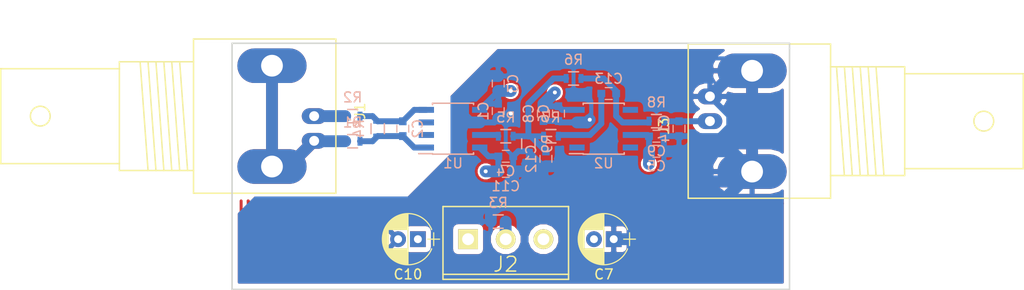
<source format=kicad_pcb>
(kicad_pcb (version 4) (host pcbnew 4.0.7)

  (general
    (links 55)
    (no_connects 0)
    (area 53.772999 57.328999 110.311001 82.371001)
    (thickness 1.6)
    (drawings 7)
    (tracks 175)
    (zones 0)
    (modules 28)
    (nets 19)
  )

  (page A4)
  (layers
    (0 F.Cu signal)
    (1 In1.Cu signal)
    (2 In2.Cu signal)
    (31 B.Cu signal)
    (32 B.Adhes user)
    (33 F.Adhes user)
    (34 B.Paste user)
    (35 F.Paste user)
    (36 B.SilkS user)
    (37 F.SilkS user)
    (38 B.Mask user)
    (39 F.Mask user)
    (40 Dwgs.User user)
    (41 Cmts.User user)
    (42 Eco1.User user)
    (43 Eco2.User user)
    (44 Edge.Cuts user)
    (45 Margin user)
    (46 B.CrtYd user)
    (47 F.CrtYd user)
    (48 B.Fab user)
    (49 F.Fab user)
  )

  (setup
    (last_trace_width 0.6)
    (user_trace_width 0.4)
    (user_trace_width 1.2)
    (trace_clearance 0.2)
    (zone_clearance 0.508)
    (zone_45_only no)
    (trace_min 0.2)
    (segment_width 0.2)
    (edge_width 0.15)
    (via_size 0.6)
    (via_drill 0.4)
    (via_min_size 0.4)
    (via_min_drill 0.3)
    (uvia_size 0.3)
    (uvia_drill 0.1)
    (uvias_allowed no)
    (uvia_min_size 0.2)
    (uvia_min_drill 0.1)
    (pcb_text_width 0.3)
    (pcb_text_size 1.5 1.5)
    (mod_edge_width 0.15)
    (mod_text_size 1 1)
    (mod_text_width 0.15)
    (pad_size 1.524 1.524)
    (pad_drill 0.762)
    (pad_to_mask_clearance 0.2)
    (aux_axis_origin 0 0)
    (visible_elements FFFFFF7F)
    (pcbplotparams
      (layerselection 0x00030_80000001)
      (usegerberextensions false)
      (excludeedgelayer true)
      (linewidth 0.100000)
      (plotframeref false)
      (viasonmask false)
      (mode 1)
      (useauxorigin false)
      (hpglpennumber 1)
      (hpglpenspeed 20)
      (hpglpendiameter 15)
      (hpglpenoverlay 2)
      (psnegative false)
      (psa4output false)
      (plotreference true)
      (plotvalue true)
      (plotinvisibletext false)
      (padsonsilk false)
      (subtractmaskfromsilk false)
      (outputformat 1)
      (mirror false)
      (drillshape 1)
      (scaleselection 1)
      (outputdirectory ""))
  )

  (net 0 "")
  (net 1 -15V)
  (net 2 GND)
  (net 3 "Net-(C2-Pad1)")
  (net 4 "Net-(C2-Pad2)")
  (net 5 +15V)
  (net 6 "Net-(C12-Pad1)")
  (net 7 "Net-(C13-Pad1)")
  (net 8 "Net-(C13-Pad2)")
  (net 9 "Net-(C14-Pad1)")
  (net 10 "Net-(J1-Pad2)")
  (net 11 "Net-(J1-Pad1)")
  (net 12 "Net-(J2-Pad2)")
  (net 13 "Net-(R5-Pad2)")
  (net 14 "Net-(U1-Pad2)")
  (net 15 "Net-(U1-Pad3)")
  (net 16 "Net-(U2-Pad1)")
  (net 17 "Net-(U2-Pad5)")
  (net 18 "Net-(U2-Pad8)")

  (net_class Default 这是默认网络组.
    (clearance 0.2)
    (trace_width 0.6)
    (via_dia 0.6)
    (via_drill 0.4)
    (uvia_dia 0.3)
    (uvia_drill 0.1)
    (add_net +15V)
    (add_net -15V)
    (add_net GND)
    (add_net "Net-(C12-Pad1)")
    (add_net "Net-(C13-Pad1)")
    (add_net "Net-(C13-Pad2)")
    (add_net "Net-(C14-Pad1)")
    (add_net "Net-(C2-Pad1)")
    (add_net "Net-(C2-Pad2)")
    (add_net "Net-(J1-Pad1)")
    (add_net "Net-(J1-Pad2)")
    (add_net "Net-(J2-Pad2)")
    (add_net "Net-(R5-Pad2)")
    (add_net "Net-(U1-Pad2)")
    (add_net "Net-(U1-Pad3)")
    (add_net "Net-(U2-Pad1)")
    (add_net "Net-(U2-Pad5)")
    (add_net "Net-(U2-Pad8)")
  )

  (module Capacitors_SMD:C_0603 (layer B.Cu) (tedit 58AA844E) (tstamp 5AEB524F)
    (at 80.772 64.262 270)
    (descr "Capacitor SMD 0603, reflow soldering, AVX (see smccp.pdf)")
    (tags "capacitor 0603")
    (path /5AEB3124)
    (attr smd)
    (fp_text reference C1 (at 0 1.5 270) (layer B.SilkS)
      (effects (font (size 1 1) (thickness 0.15)) (justify mirror))
    )
    (fp_text value 0.1u (at 0 -1.5 270) (layer B.Fab)
      (effects (font (size 1 1) (thickness 0.15)) (justify mirror))
    )
    (fp_text user %R (at 0 1.5 270) (layer B.Fab)
      (effects (font (size 1 1) (thickness 0.15)) (justify mirror))
    )
    (fp_line (start -0.8 -0.4) (end -0.8 0.4) (layer B.Fab) (width 0.1))
    (fp_line (start 0.8 -0.4) (end -0.8 -0.4) (layer B.Fab) (width 0.1))
    (fp_line (start 0.8 0.4) (end 0.8 -0.4) (layer B.Fab) (width 0.1))
    (fp_line (start -0.8 0.4) (end 0.8 0.4) (layer B.Fab) (width 0.1))
    (fp_line (start -0.35 0.6) (end 0.35 0.6) (layer B.SilkS) (width 0.12))
    (fp_line (start 0.35 -0.6) (end -0.35 -0.6) (layer B.SilkS) (width 0.12))
    (fp_line (start -1.4 0.65) (end 1.4 0.65) (layer B.CrtYd) (width 0.05))
    (fp_line (start -1.4 0.65) (end -1.4 -0.65) (layer B.CrtYd) (width 0.05))
    (fp_line (start 1.4 -0.65) (end 1.4 0.65) (layer B.CrtYd) (width 0.05))
    (fp_line (start 1.4 -0.65) (end -1.4 -0.65) (layer B.CrtYd) (width 0.05))
    (pad 1 smd rect (at -0.75 0 270) (size 0.8 0.75) (layers B.Cu B.Paste B.Mask)
      (net 1 -15V))
    (pad 2 smd rect (at 0.75 0 270) (size 0.8 0.75) (layers B.Cu B.Paste B.Mask)
      (net 2 GND))
    (model Capacitors_SMD.3dshapes/C_0603.wrl
      (at (xyz 0 0 0))
      (scale (xyz 1 1 1))
      (rotate (xyz 0 0 0))
    )
  )

  (module Capacitors_SMD:C_0603 (layer B.Cu) (tedit 58AA844E) (tstamp 5AEB5255)
    (at 71.12 66.04 90)
    (descr "Capacitor SMD 0603, reflow soldering, AVX (see smccp.pdf)")
    (tags "capacitor 0603")
    (path /5AEB3A3A)
    (attr smd)
    (fp_text reference C2 (at 0 1.5 90) (layer B.SilkS)
      (effects (font (size 1 1) (thickness 0.15)) (justify mirror))
    )
    (fp_text value 0.02u (at 0 -1.5 90) (layer B.Fab)
      (effects (font (size 1 1) (thickness 0.15)) (justify mirror))
    )
    (fp_text user %R (at 0 1.5 90) (layer B.Fab)
      (effects (font (size 1 1) (thickness 0.15)) (justify mirror))
    )
    (fp_line (start -0.8 -0.4) (end -0.8 0.4) (layer B.Fab) (width 0.1))
    (fp_line (start 0.8 -0.4) (end -0.8 -0.4) (layer B.Fab) (width 0.1))
    (fp_line (start 0.8 0.4) (end 0.8 -0.4) (layer B.Fab) (width 0.1))
    (fp_line (start -0.8 0.4) (end 0.8 0.4) (layer B.Fab) (width 0.1))
    (fp_line (start -0.35 0.6) (end 0.35 0.6) (layer B.SilkS) (width 0.12))
    (fp_line (start 0.35 -0.6) (end -0.35 -0.6) (layer B.SilkS) (width 0.12))
    (fp_line (start -1.4 0.65) (end 1.4 0.65) (layer B.CrtYd) (width 0.05))
    (fp_line (start -1.4 0.65) (end -1.4 -0.65) (layer B.CrtYd) (width 0.05))
    (fp_line (start 1.4 -0.65) (end 1.4 0.65) (layer B.CrtYd) (width 0.05))
    (fp_line (start 1.4 -0.65) (end -1.4 -0.65) (layer B.CrtYd) (width 0.05))
    (pad 1 smd rect (at -0.75 0 90) (size 0.8 0.75) (layers B.Cu B.Paste B.Mask)
      (net 3 "Net-(C2-Pad1)"))
    (pad 2 smd rect (at 0.75 0 90) (size 0.8 0.75) (layers B.Cu B.Paste B.Mask)
      (net 4 "Net-(C2-Pad2)"))
    (model Capacitors_SMD.3dshapes/C_0603.wrl
      (at (xyz 0 0 0))
      (scale (xyz 1 1 1))
      (rotate (xyz 0 0 0))
    )
  )

  (module Capacitors_SMD:C_0603 (layer B.Cu) (tedit 58AA844E) (tstamp 5AEB525B)
    (at 80.772 61.468 90)
    (descr "Capacitor SMD 0603, reflow soldering, AVX (see smccp.pdf)")
    (tags "capacitor 0603")
    (path /5AEB3174)
    (attr smd)
    (fp_text reference C3 (at 0 1.5 90) (layer B.SilkS)
      (effects (font (size 1 1) (thickness 0.15)) (justify mirror))
    )
    (fp_text value 10u (at 0 -1.5 90) (layer B.Fab)
      (effects (font (size 1 1) (thickness 0.15)) (justify mirror))
    )
    (fp_text user %R (at 0 1.5 90) (layer B.Fab)
      (effects (font (size 1 1) (thickness 0.15)) (justify mirror))
    )
    (fp_line (start -0.8 -0.4) (end -0.8 0.4) (layer B.Fab) (width 0.1))
    (fp_line (start 0.8 -0.4) (end -0.8 -0.4) (layer B.Fab) (width 0.1))
    (fp_line (start 0.8 0.4) (end 0.8 -0.4) (layer B.Fab) (width 0.1))
    (fp_line (start -0.8 0.4) (end 0.8 0.4) (layer B.Fab) (width 0.1))
    (fp_line (start -0.35 0.6) (end 0.35 0.6) (layer B.SilkS) (width 0.12))
    (fp_line (start 0.35 -0.6) (end -0.35 -0.6) (layer B.SilkS) (width 0.12))
    (fp_line (start -1.4 0.65) (end 1.4 0.65) (layer B.CrtYd) (width 0.05))
    (fp_line (start -1.4 0.65) (end -1.4 -0.65) (layer B.CrtYd) (width 0.05))
    (fp_line (start 1.4 -0.65) (end 1.4 0.65) (layer B.CrtYd) (width 0.05))
    (fp_line (start 1.4 -0.65) (end -1.4 -0.65) (layer B.CrtYd) (width 0.05))
    (pad 1 smd rect (at -0.75 0 90) (size 0.8 0.75) (layers B.Cu B.Paste B.Mask)
      (net 1 -15V))
    (pad 2 smd rect (at 0.75 0 90) (size 0.8 0.75) (layers B.Cu B.Paste B.Mask)
      (net 2 GND))
    (model Capacitors_SMD.3dshapes/C_0603.wrl
      (at (xyz 0 0 0))
      (scale (xyz 1 1 1))
      (rotate (xyz 0 0 0))
    )
  )

  (module Capacitors_SMD:C_0603 (layer B.Cu) (tedit 58AA844E) (tstamp 5AEB5261)
    (at 81.534 68.834)
    (descr "Capacitor SMD 0603, reflow soldering, AVX (see smccp.pdf)")
    (tags "capacitor 0603")
    (path /5AEB3510)
    (attr smd)
    (fp_text reference C4 (at 0 1.5) (layer B.SilkS)
      (effects (font (size 1 1) (thickness 0.15)) (justify mirror))
    )
    (fp_text value 0.1u (at 0 -1.5) (layer B.Fab)
      (effects (font (size 1 1) (thickness 0.15)) (justify mirror))
    )
    (fp_text user %R (at 0 1.5) (layer B.Fab)
      (effects (font (size 1 1) (thickness 0.15)) (justify mirror))
    )
    (fp_line (start -0.8 -0.4) (end -0.8 0.4) (layer B.Fab) (width 0.1))
    (fp_line (start 0.8 -0.4) (end -0.8 -0.4) (layer B.Fab) (width 0.1))
    (fp_line (start 0.8 0.4) (end 0.8 -0.4) (layer B.Fab) (width 0.1))
    (fp_line (start -0.8 0.4) (end 0.8 0.4) (layer B.Fab) (width 0.1))
    (fp_line (start -0.35 0.6) (end 0.35 0.6) (layer B.SilkS) (width 0.12))
    (fp_line (start 0.35 -0.6) (end -0.35 -0.6) (layer B.SilkS) (width 0.12))
    (fp_line (start -1.4 0.65) (end 1.4 0.65) (layer B.CrtYd) (width 0.05))
    (fp_line (start -1.4 0.65) (end -1.4 -0.65) (layer B.CrtYd) (width 0.05))
    (fp_line (start 1.4 -0.65) (end 1.4 0.65) (layer B.CrtYd) (width 0.05))
    (fp_line (start 1.4 -0.65) (end -1.4 -0.65) (layer B.CrtYd) (width 0.05))
    (pad 1 smd rect (at -0.75 0) (size 0.8 0.75) (layers B.Cu B.Paste B.Mask)
      (net 5 +15V))
    (pad 2 smd rect (at 0.75 0) (size 0.8 0.75) (layers B.Cu B.Paste B.Mask)
      (net 2 GND))
    (model Capacitors_SMD.3dshapes/C_0603.wrl
      (at (xyz 0 0 0))
      (scale (xyz 1 1 1))
      (rotate (xyz 0 0 0))
    )
  )

  (module Capacitors_SMD:C_0603 (layer B.Cu) (tedit 58AA844E) (tstamp 5AEB5267)
    (at 96.774 68.326)
    (descr "Capacitor SMD 0603, reflow soldering, AVX (see smccp.pdf)")
    (tags "capacitor 0603")
    (path /5AEB3546)
    (attr smd)
    (fp_text reference C5 (at 0 1.5) (layer B.SilkS)
      (effects (font (size 1 1) (thickness 0.15)) (justify mirror))
    )
    (fp_text value 10u (at 0 -1.5) (layer B.Fab)
      (effects (font (size 1 1) (thickness 0.15)) (justify mirror))
    )
    (fp_text user %R (at 0 1.5) (layer B.Fab)
      (effects (font (size 1 1) (thickness 0.15)) (justify mirror))
    )
    (fp_line (start -0.8 -0.4) (end -0.8 0.4) (layer B.Fab) (width 0.1))
    (fp_line (start 0.8 -0.4) (end -0.8 -0.4) (layer B.Fab) (width 0.1))
    (fp_line (start 0.8 0.4) (end 0.8 -0.4) (layer B.Fab) (width 0.1))
    (fp_line (start -0.8 0.4) (end 0.8 0.4) (layer B.Fab) (width 0.1))
    (fp_line (start -0.35 0.6) (end 0.35 0.6) (layer B.SilkS) (width 0.12))
    (fp_line (start 0.35 -0.6) (end -0.35 -0.6) (layer B.SilkS) (width 0.12))
    (fp_line (start -1.4 0.65) (end 1.4 0.65) (layer B.CrtYd) (width 0.05))
    (fp_line (start -1.4 0.65) (end -1.4 -0.65) (layer B.CrtYd) (width 0.05))
    (fp_line (start 1.4 -0.65) (end 1.4 0.65) (layer B.CrtYd) (width 0.05))
    (fp_line (start 1.4 -0.65) (end -1.4 -0.65) (layer B.CrtYd) (width 0.05))
    (pad 1 smd rect (at -0.75 0) (size 0.8 0.75) (layers B.Cu B.Paste B.Mask)
      (net 5 +15V))
    (pad 2 smd rect (at 0.75 0) (size 0.8 0.75) (layers B.Cu B.Paste B.Mask)
      (net 2 GND))
    (model Capacitors_SMD.3dshapes/C_0603.wrl
      (at (xyz 0 0 0))
      (scale (xyz 1 1 1))
      (rotate (xyz 0 0 0))
    )
  )

  (module Capacitors_SMD:C_0603 (layer B.Cu) (tedit 58AA844E) (tstamp 5AEB526D)
    (at 86.868 64.516 270)
    (descr "Capacitor SMD 0603, reflow soldering, AVX (see smccp.pdf)")
    (tags "capacitor 0603")
    (path /5AEB47EF)
    (attr smd)
    (fp_text reference C6 (at 0 1.5 270) (layer B.SilkS)
      (effects (font (size 1 1) (thickness 0.15)) (justify mirror))
    )
    (fp_text value 0.1u (at 0 -1.5 270) (layer B.Fab)
      (effects (font (size 1 1) (thickness 0.15)) (justify mirror))
    )
    (fp_text user %R (at 0 1.5 270) (layer B.Fab)
      (effects (font (size 1 1) (thickness 0.15)) (justify mirror))
    )
    (fp_line (start -0.8 -0.4) (end -0.8 0.4) (layer B.Fab) (width 0.1))
    (fp_line (start 0.8 -0.4) (end -0.8 -0.4) (layer B.Fab) (width 0.1))
    (fp_line (start 0.8 0.4) (end 0.8 -0.4) (layer B.Fab) (width 0.1))
    (fp_line (start -0.8 0.4) (end 0.8 0.4) (layer B.Fab) (width 0.1))
    (fp_line (start -0.35 0.6) (end 0.35 0.6) (layer B.SilkS) (width 0.12))
    (fp_line (start 0.35 -0.6) (end -0.35 -0.6) (layer B.SilkS) (width 0.12))
    (fp_line (start -1.4 0.65) (end 1.4 0.65) (layer B.CrtYd) (width 0.05))
    (fp_line (start -1.4 0.65) (end -1.4 -0.65) (layer B.CrtYd) (width 0.05))
    (fp_line (start 1.4 -0.65) (end 1.4 0.65) (layer B.CrtYd) (width 0.05))
    (fp_line (start 1.4 -0.65) (end -1.4 -0.65) (layer B.CrtYd) (width 0.05))
    (pad 1 smd rect (at -0.75 0 270) (size 0.8 0.75) (layers B.Cu B.Paste B.Mask)
      (net 1 -15V))
    (pad 2 smd rect (at 0.75 0 270) (size 0.8 0.75) (layers B.Cu B.Paste B.Mask)
      (net 2 GND))
    (model Capacitors_SMD.3dshapes/C_0603.wrl
      (at (xyz 0 0 0))
      (scale (xyz 1 1 1))
      (rotate (xyz 0 0 0))
    )
  )

  (module Capacitors_THT:CP_Radial_D5.0mm_P2.00mm (layer F.Cu) (tedit 58765D06) (tstamp 5AEB5273)
    (at 92.456 77.216 180)
    (descr "CP, Radial series, Radial, pin pitch=2.00mm, , diameter=5mm, Electrolytic Capacitor")
    (tags "CP Radial series Radial pin pitch 2.00mm  diameter 5mm Electrolytic Capacitor")
    (path /5AEB72B5)
    (fp_text reference C7 (at 1 -3.56 180) (layer F.SilkS)
      (effects (font (size 1 1) (thickness 0.15)))
    )
    (fp_text value CP (at 1 3.56 180) (layer F.Fab)
      (effects (font (size 1 1) (thickness 0.15)))
    )
    (fp_arc (start 1 0) (end -1.397436 -0.98) (angle 135.5) (layer F.SilkS) (width 0.12))
    (fp_arc (start 1 0) (end -1.397436 0.98) (angle -135.5) (layer F.SilkS) (width 0.12))
    (fp_arc (start 1 0) (end 3.397436 -0.98) (angle 44.5) (layer F.SilkS) (width 0.12))
    (fp_circle (center 1 0) (end 3.5 0) (layer F.Fab) (width 0.1))
    (fp_line (start -2.2 0) (end -1 0) (layer F.Fab) (width 0.1))
    (fp_line (start -1.6 -0.65) (end -1.6 0.65) (layer F.Fab) (width 0.1))
    (fp_line (start 1 -2.55) (end 1 2.55) (layer F.SilkS) (width 0.12))
    (fp_line (start 1.04 -2.55) (end 1.04 -0.98) (layer F.SilkS) (width 0.12))
    (fp_line (start 1.04 0.98) (end 1.04 2.55) (layer F.SilkS) (width 0.12))
    (fp_line (start 1.08 -2.549) (end 1.08 -0.98) (layer F.SilkS) (width 0.12))
    (fp_line (start 1.08 0.98) (end 1.08 2.549) (layer F.SilkS) (width 0.12))
    (fp_line (start 1.12 -2.548) (end 1.12 -0.98) (layer F.SilkS) (width 0.12))
    (fp_line (start 1.12 0.98) (end 1.12 2.548) (layer F.SilkS) (width 0.12))
    (fp_line (start 1.16 -2.546) (end 1.16 -0.98) (layer F.SilkS) (width 0.12))
    (fp_line (start 1.16 0.98) (end 1.16 2.546) (layer F.SilkS) (width 0.12))
    (fp_line (start 1.2 -2.543) (end 1.2 -0.98) (layer F.SilkS) (width 0.12))
    (fp_line (start 1.2 0.98) (end 1.2 2.543) (layer F.SilkS) (width 0.12))
    (fp_line (start 1.24 -2.539) (end 1.24 -0.98) (layer F.SilkS) (width 0.12))
    (fp_line (start 1.24 0.98) (end 1.24 2.539) (layer F.SilkS) (width 0.12))
    (fp_line (start 1.28 -2.535) (end 1.28 -0.98) (layer F.SilkS) (width 0.12))
    (fp_line (start 1.28 0.98) (end 1.28 2.535) (layer F.SilkS) (width 0.12))
    (fp_line (start 1.32 -2.531) (end 1.32 -0.98) (layer F.SilkS) (width 0.12))
    (fp_line (start 1.32 0.98) (end 1.32 2.531) (layer F.SilkS) (width 0.12))
    (fp_line (start 1.36 -2.525) (end 1.36 -0.98) (layer F.SilkS) (width 0.12))
    (fp_line (start 1.36 0.98) (end 1.36 2.525) (layer F.SilkS) (width 0.12))
    (fp_line (start 1.4 -2.519) (end 1.4 -0.98) (layer F.SilkS) (width 0.12))
    (fp_line (start 1.4 0.98) (end 1.4 2.519) (layer F.SilkS) (width 0.12))
    (fp_line (start 1.44 -2.513) (end 1.44 -0.98) (layer F.SilkS) (width 0.12))
    (fp_line (start 1.44 0.98) (end 1.44 2.513) (layer F.SilkS) (width 0.12))
    (fp_line (start 1.48 -2.506) (end 1.48 -0.98) (layer F.SilkS) (width 0.12))
    (fp_line (start 1.48 0.98) (end 1.48 2.506) (layer F.SilkS) (width 0.12))
    (fp_line (start 1.52 -2.498) (end 1.52 -0.98) (layer F.SilkS) (width 0.12))
    (fp_line (start 1.52 0.98) (end 1.52 2.498) (layer F.SilkS) (width 0.12))
    (fp_line (start 1.56 -2.489) (end 1.56 -0.98) (layer F.SilkS) (width 0.12))
    (fp_line (start 1.56 0.98) (end 1.56 2.489) (layer F.SilkS) (width 0.12))
    (fp_line (start 1.6 -2.48) (end 1.6 -0.98) (layer F.SilkS) (width 0.12))
    (fp_line (start 1.6 0.98) (end 1.6 2.48) (layer F.SilkS) (width 0.12))
    (fp_line (start 1.64 -2.47) (end 1.64 -0.98) (layer F.SilkS) (width 0.12))
    (fp_line (start 1.64 0.98) (end 1.64 2.47) (layer F.SilkS) (width 0.12))
    (fp_line (start 1.68 -2.46) (end 1.68 -0.98) (layer F.SilkS) (width 0.12))
    (fp_line (start 1.68 0.98) (end 1.68 2.46) (layer F.SilkS) (width 0.12))
    (fp_line (start 1.721 -2.448) (end 1.721 -0.98) (layer F.SilkS) (width 0.12))
    (fp_line (start 1.721 0.98) (end 1.721 2.448) (layer F.SilkS) (width 0.12))
    (fp_line (start 1.761 -2.436) (end 1.761 -0.98) (layer F.SilkS) (width 0.12))
    (fp_line (start 1.761 0.98) (end 1.761 2.436) (layer F.SilkS) (width 0.12))
    (fp_line (start 1.801 -2.424) (end 1.801 -0.98) (layer F.SilkS) (width 0.12))
    (fp_line (start 1.801 0.98) (end 1.801 2.424) (layer F.SilkS) (width 0.12))
    (fp_line (start 1.841 -2.41) (end 1.841 -0.98) (layer F.SilkS) (width 0.12))
    (fp_line (start 1.841 0.98) (end 1.841 2.41) (layer F.SilkS) (width 0.12))
    (fp_line (start 1.881 -2.396) (end 1.881 -0.98) (layer F.SilkS) (width 0.12))
    (fp_line (start 1.881 0.98) (end 1.881 2.396) (layer F.SilkS) (width 0.12))
    (fp_line (start 1.921 -2.382) (end 1.921 -0.98) (layer F.SilkS) (width 0.12))
    (fp_line (start 1.921 0.98) (end 1.921 2.382) (layer F.SilkS) (width 0.12))
    (fp_line (start 1.961 -2.366) (end 1.961 -0.98) (layer F.SilkS) (width 0.12))
    (fp_line (start 1.961 0.98) (end 1.961 2.366) (layer F.SilkS) (width 0.12))
    (fp_line (start 2.001 -2.35) (end 2.001 -0.98) (layer F.SilkS) (width 0.12))
    (fp_line (start 2.001 0.98) (end 2.001 2.35) (layer F.SilkS) (width 0.12))
    (fp_line (start 2.041 -2.333) (end 2.041 -0.98) (layer F.SilkS) (width 0.12))
    (fp_line (start 2.041 0.98) (end 2.041 2.333) (layer F.SilkS) (width 0.12))
    (fp_line (start 2.081 -2.315) (end 2.081 -0.98) (layer F.SilkS) (width 0.12))
    (fp_line (start 2.081 0.98) (end 2.081 2.315) (layer F.SilkS) (width 0.12))
    (fp_line (start 2.121 -2.296) (end 2.121 -0.98) (layer F.SilkS) (width 0.12))
    (fp_line (start 2.121 0.98) (end 2.121 2.296) (layer F.SilkS) (width 0.12))
    (fp_line (start 2.161 -2.276) (end 2.161 -0.98) (layer F.SilkS) (width 0.12))
    (fp_line (start 2.161 0.98) (end 2.161 2.276) (layer F.SilkS) (width 0.12))
    (fp_line (start 2.201 -2.256) (end 2.201 -0.98) (layer F.SilkS) (width 0.12))
    (fp_line (start 2.201 0.98) (end 2.201 2.256) (layer F.SilkS) (width 0.12))
    (fp_line (start 2.241 -2.234) (end 2.241 -0.98) (layer F.SilkS) (width 0.12))
    (fp_line (start 2.241 0.98) (end 2.241 2.234) (layer F.SilkS) (width 0.12))
    (fp_line (start 2.281 -2.212) (end 2.281 -0.98) (layer F.SilkS) (width 0.12))
    (fp_line (start 2.281 0.98) (end 2.281 2.212) (layer F.SilkS) (width 0.12))
    (fp_line (start 2.321 -2.189) (end 2.321 -0.98) (layer F.SilkS) (width 0.12))
    (fp_line (start 2.321 0.98) (end 2.321 2.189) (layer F.SilkS) (width 0.12))
    (fp_line (start 2.361 -2.165) (end 2.361 -0.98) (layer F.SilkS) (width 0.12))
    (fp_line (start 2.361 0.98) (end 2.361 2.165) (layer F.SilkS) (width 0.12))
    (fp_line (start 2.401 -2.14) (end 2.401 -0.98) (layer F.SilkS) (width 0.12))
    (fp_line (start 2.401 0.98) (end 2.401 2.14) (layer F.SilkS) (width 0.12))
    (fp_line (start 2.441 -2.113) (end 2.441 -0.98) (layer F.SilkS) (width 0.12))
    (fp_line (start 2.441 0.98) (end 2.441 2.113) (layer F.SilkS) (width 0.12))
    (fp_line (start 2.481 -2.086) (end 2.481 -0.98) (layer F.SilkS) (width 0.12))
    (fp_line (start 2.481 0.98) (end 2.481 2.086) (layer F.SilkS) (width 0.12))
    (fp_line (start 2.521 -2.058) (end 2.521 -0.98) (layer F.SilkS) (width 0.12))
    (fp_line (start 2.521 0.98) (end 2.521 2.058) (layer F.SilkS) (width 0.12))
    (fp_line (start 2.561 -2.028) (end 2.561 -0.98) (layer F.SilkS) (width 0.12))
    (fp_line (start 2.561 0.98) (end 2.561 2.028) (layer F.SilkS) (width 0.12))
    (fp_line (start 2.601 -1.997) (end 2.601 -0.98) (layer F.SilkS) (width 0.12))
    (fp_line (start 2.601 0.98) (end 2.601 1.997) (layer F.SilkS) (width 0.12))
    (fp_line (start 2.641 -1.965) (end 2.641 -0.98) (layer F.SilkS) (width 0.12))
    (fp_line (start 2.641 0.98) (end 2.641 1.965) (layer F.SilkS) (width 0.12))
    (fp_line (start 2.681 -1.932) (end 2.681 -0.98) (layer F.SilkS) (width 0.12))
    (fp_line (start 2.681 0.98) (end 2.681 1.932) (layer F.SilkS) (width 0.12))
    (fp_line (start 2.721 -1.897) (end 2.721 -0.98) (layer F.SilkS) (width 0.12))
    (fp_line (start 2.721 0.98) (end 2.721 1.897) (layer F.SilkS) (width 0.12))
    (fp_line (start 2.761 -1.861) (end 2.761 -0.98) (layer F.SilkS) (width 0.12))
    (fp_line (start 2.761 0.98) (end 2.761 1.861) (layer F.SilkS) (width 0.12))
    (fp_line (start 2.801 -1.823) (end 2.801 -0.98) (layer F.SilkS) (width 0.12))
    (fp_line (start 2.801 0.98) (end 2.801 1.823) (layer F.SilkS) (width 0.12))
    (fp_line (start 2.841 -1.783) (end 2.841 -0.98) (layer F.SilkS) (width 0.12))
    (fp_line (start 2.841 0.98) (end 2.841 1.783) (layer F.SilkS) (width 0.12))
    (fp_line (start 2.881 -1.742) (end 2.881 -0.98) (layer F.SilkS) (width 0.12))
    (fp_line (start 2.881 0.98) (end 2.881 1.742) (layer F.SilkS) (width 0.12))
    (fp_line (start 2.921 -1.699) (end 2.921 -0.98) (layer F.SilkS) (width 0.12))
    (fp_line (start 2.921 0.98) (end 2.921 1.699) (layer F.SilkS) (width 0.12))
    (fp_line (start 2.961 -1.654) (end 2.961 -0.98) (layer F.SilkS) (width 0.12))
    (fp_line (start 2.961 0.98) (end 2.961 1.654) (layer F.SilkS) (width 0.12))
    (fp_line (start 3.001 -1.606) (end 3.001 1.606) (layer F.SilkS) (width 0.12))
    (fp_line (start 3.041 -1.556) (end 3.041 1.556) (layer F.SilkS) (width 0.12))
    (fp_line (start 3.081 -1.504) (end 3.081 1.504) (layer F.SilkS) (width 0.12))
    (fp_line (start 3.121 -1.448) (end 3.121 1.448) (layer F.SilkS) (width 0.12))
    (fp_line (start 3.161 -1.39) (end 3.161 1.39) (layer F.SilkS) (width 0.12))
    (fp_line (start 3.201 -1.327) (end 3.201 1.327) (layer F.SilkS) (width 0.12))
    (fp_line (start 3.241 -1.261) (end 3.241 1.261) (layer F.SilkS) (width 0.12))
    (fp_line (start 3.281 -1.189) (end 3.281 1.189) (layer F.SilkS) (width 0.12))
    (fp_line (start 3.321 -1.112) (end 3.321 1.112) (layer F.SilkS) (width 0.12))
    (fp_line (start 3.361 -1.028) (end 3.361 1.028) (layer F.SilkS) (width 0.12))
    (fp_line (start 3.401 -0.934) (end 3.401 0.934) (layer F.SilkS) (width 0.12))
    (fp_line (start 3.441 -0.829) (end 3.441 0.829) (layer F.SilkS) (width 0.12))
    (fp_line (start 3.481 -0.707) (end 3.481 0.707) (layer F.SilkS) (width 0.12))
    (fp_line (start 3.521 -0.559) (end 3.521 0.559) (layer F.SilkS) (width 0.12))
    (fp_line (start 3.561 -0.354) (end 3.561 0.354) (layer F.SilkS) (width 0.12))
    (fp_line (start -2.2 0) (end -1 0) (layer F.SilkS) (width 0.12))
    (fp_line (start -1.6 -0.65) (end -1.6 0.65) (layer F.SilkS) (width 0.12))
    (fp_line (start -1.85 -2.85) (end -1.85 2.85) (layer F.CrtYd) (width 0.05))
    (fp_line (start -1.85 2.85) (end 3.85 2.85) (layer F.CrtYd) (width 0.05))
    (fp_line (start 3.85 2.85) (end 3.85 -2.85) (layer F.CrtYd) (width 0.05))
    (fp_line (start 3.85 -2.85) (end -1.85 -2.85) (layer F.CrtYd) (width 0.05))
    (pad 1 thru_hole rect (at 0 0 180) (size 1.6 1.6) (drill 0.8) (layers *.Cu *.Mask)
      (net 2 GND))
    (pad 2 thru_hole circle (at 2 0 180) (size 1.6 1.6) (drill 0.8) (layers *.Cu *.Mask)
      (net 1 -15V))
    (model Capacitors_THT.3dshapes/CP_Radial_D5.0mm_P2.00mm.wrl
      (at (xyz 0 0 0))
      (scale (xyz 0.393701 0.393701 0.393701))
      (rotate (xyz 0 0 0))
    )
  )

  (module Capacitors_SMD:C_0603 (layer B.Cu) (tedit 58AA844E) (tstamp 5AEB5279)
    (at 85.344 64.516 270)
    (descr "Capacitor SMD 0603, reflow soldering, AVX (see smccp.pdf)")
    (tags "capacitor 0603")
    (path /5AEB47F5)
    (attr smd)
    (fp_text reference C8 (at 0 1.5 270) (layer B.SilkS)
      (effects (font (size 1 1) (thickness 0.15)) (justify mirror))
    )
    (fp_text value 10u (at 0 -1.5 270) (layer B.Fab)
      (effects (font (size 1 1) (thickness 0.15)) (justify mirror))
    )
    (fp_text user %R (at 0 1.5 270) (layer B.Fab)
      (effects (font (size 1 1) (thickness 0.15)) (justify mirror))
    )
    (fp_line (start -0.8 -0.4) (end -0.8 0.4) (layer B.Fab) (width 0.1))
    (fp_line (start 0.8 -0.4) (end -0.8 -0.4) (layer B.Fab) (width 0.1))
    (fp_line (start 0.8 0.4) (end 0.8 -0.4) (layer B.Fab) (width 0.1))
    (fp_line (start -0.8 0.4) (end 0.8 0.4) (layer B.Fab) (width 0.1))
    (fp_line (start -0.35 0.6) (end 0.35 0.6) (layer B.SilkS) (width 0.12))
    (fp_line (start 0.35 -0.6) (end -0.35 -0.6) (layer B.SilkS) (width 0.12))
    (fp_line (start -1.4 0.65) (end 1.4 0.65) (layer B.CrtYd) (width 0.05))
    (fp_line (start -1.4 0.65) (end -1.4 -0.65) (layer B.CrtYd) (width 0.05))
    (fp_line (start 1.4 -0.65) (end 1.4 0.65) (layer B.CrtYd) (width 0.05))
    (fp_line (start 1.4 -0.65) (end -1.4 -0.65) (layer B.CrtYd) (width 0.05))
    (pad 1 smd rect (at -0.75 0 270) (size 0.8 0.75) (layers B.Cu B.Paste B.Mask)
      (net 1 -15V))
    (pad 2 smd rect (at 0.75 0 270) (size 0.8 0.75) (layers B.Cu B.Paste B.Mask)
      (net 2 GND))
    (model Capacitors_SMD.3dshapes/C_0603.wrl
      (at (xyz 0 0 0))
      (scale (xyz 1 1 1))
      (rotate (xyz 0 0 0))
    )
  )

  (module Capacitors_SMD:C_0603 (layer B.Cu) (tedit 58AA844E) (tstamp 5AEB527F)
    (at 96.774 66.802)
    (descr "Capacitor SMD 0603, reflow soldering, AVX (see smccp.pdf)")
    (tags "capacitor 0603")
    (path /5AEB480D)
    (attr smd)
    (fp_text reference C9 (at 0 1.5) (layer B.SilkS)
      (effects (font (size 1 1) (thickness 0.15)) (justify mirror))
    )
    (fp_text value 0.1u (at 0 -1.5) (layer B.Fab)
      (effects (font (size 1 1) (thickness 0.15)) (justify mirror))
    )
    (fp_text user %R (at 0 1.5) (layer B.Fab)
      (effects (font (size 1 1) (thickness 0.15)) (justify mirror))
    )
    (fp_line (start -0.8 -0.4) (end -0.8 0.4) (layer B.Fab) (width 0.1))
    (fp_line (start 0.8 -0.4) (end -0.8 -0.4) (layer B.Fab) (width 0.1))
    (fp_line (start 0.8 0.4) (end 0.8 -0.4) (layer B.Fab) (width 0.1))
    (fp_line (start -0.8 0.4) (end 0.8 0.4) (layer B.Fab) (width 0.1))
    (fp_line (start -0.35 0.6) (end 0.35 0.6) (layer B.SilkS) (width 0.12))
    (fp_line (start 0.35 -0.6) (end -0.35 -0.6) (layer B.SilkS) (width 0.12))
    (fp_line (start -1.4 0.65) (end 1.4 0.65) (layer B.CrtYd) (width 0.05))
    (fp_line (start -1.4 0.65) (end -1.4 -0.65) (layer B.CrtYd) (width 0.05))
    (fp_line (start 1.4 -0.65) (end 1.4 0.65) (layer B.CrtYd) (width 0.05))
    (fp_line (start 1.4 -0.65) (end -1.4 -0.65) (layer B.CrtYd) (width 0.05))
    (pad 1 smd rect (at -0.75 0) (size 0.8 0.75) (layers B.Cu B.Paste B.Mask)
      (net 5 +15V))
    (pad 2 smd rect (at 0.75 0) (size 0.8 0.75) (layers B.Cu B.Paste B.Mask)
      (net 2 GND))
    (model Capacitors_SMD.3dshapes/C_0603.wrl
      (at (xyz 0 0 0))
      (scale (xyz 1 1 1))
      (rotate (xyz 0 0 0))
    )
  )

  (module Capacitors_THT:CP_Radial_D5.0mm_P2.00mm (layer F.Cu) (tedit 58765D06) (tstamp 5AEB5285)
    (at 72.644 77.216 180)
    (descr "CP, Radial series, Radial, pin pitch=2.00mm, , diameter=5mm, Electrolytic Capacitor")
    (tags "CP Radial series Radial pin pitch 2.00mm  diameter 5mm Electrolytic Capacitor")
    (path /5AEB7242)
    (fp_text reference C10 (at 1 -3.56 180) (layer F.SilkS)
      (effects (font (size 1 1) (thickness 0.15)))
    )
    (fp_text value CP (at 1 3.56 180) (layer F.Fab)
      (effects (font (size 1 1) (thickness 0.15)))
    )
    (fp_arc (start 1 0) (end -1.397436 -0.98) (angle 135.5) (layer F.SilkS) (width 0.12))
    (fp_arc (start 1 0) (end -1.397436 0.98) (angle -135.5) (layer F.SilkS) (width 0.12))
    (fp_arc (start 1 0) (end 3.397436 -0.98) (angle 44.5) (layer F.SilkS) (width 0.12))
    (fp_circle (center 1 0) (end 3.5 0) (layer F.Fab) (width 0.1))
    (fp_line (start -2.2 0) (end -1 0) (layer F.Fab) (width 0.1))
    (fp_line (start -1.6 -0.65) (end -1.6 0.65) (layer F.Fab) (width 0.1))
    (fp_line (start 1 -2.55) (end 1 2.55) (layer F.SilkS) (width 0.12))
    (fp_line (start 1.04 -2.55) (end 1.04 -0.98) (layer F.SilkS) (width 0.12))
    (fp_line (start 1.04 0.98) (end 1.04 2.55) (layer F.SilkS) (width 0.12))
    (fp_line (start 1.08 -2.549) (end 1.08 -0.98) (layer F.SilkS) (width 0.12))
    (fp_line (start 1.08 0.98) (end 1.08 2.549) (layer F.SilkS) (width 0.12))
    (fp_line (start 1.12 -2.548) (end 1.12 -0.98) (layer F.SilkS) (width 0.12))
    (fp_line (start 1.12 0.98) (end 1.12 2.548) (layer F.SilkS) (width 0.12))
    (fp_line (start 1.16 -2.546) (end 1.16 -0.98) (layer F.SilkS) (width 0.12))
    (fp_line (start 1.16 0.98) (end 1.16 2.546) (layer F.SilkS) (width 0.12))
    (fp_line (start 1.2 -2.543) (end 1.2 -0.98) (layer F.SilkS) (width 0.12))
    (fp_line (start 1.2 0.98) (end 1.2 2.543) (layer F.SilkS) (width 0.12))
    (fp_line (start 1.24 -2.539) (end 1.24 -0.98) (layer F.SilkS) (width 0.12))
    (fp_line (start 1.24 0.98) (end 1.24 2.539) (layer F.SilkS) (width 0.12))
    (fp_line (start 1.28 -2.535) (end 1.28 -0.98) (layer F.SilkS) (width 0.12))
    (fp_line (start 1.28 0.98) (end 1.28 2.535) (layer F.SilkS) (width 0.12))
    (fp_line (start 1.32 -2.531) (end 1.32 -0.98) (layer F.SilkS) (width 0.12))
    (fp_line (start 1.32 0.98) (end 1.32 2.531) (layer F.SilkS) (width 0.12))
    (fp_line (start 1.36 -2.525) (end 1.36 -0.98) (layer F.SilkS) (width 0.12))
    (fp_line (start 1.36 0.98) (end 1.36 2.525) (layer F.SilkS) (width 0.12))
    (fp_line (start 1.4 -2.519) (end 1.4 -0.98) (layer F.SilkS) (width 0.12))
    (fp_line (start 1.4 0.98) (end 1.4 2.519) (layer F.SilkS) (width 0.12))
    (fp_line (start 1.44 -2.513) (end 1.44 -0.98) (layer F.SilkS) (width 0.12))
    (fp_line (start 1.44 0.98) (end 1.44 2.513) (layer F.SilkS) (width 0.12))
    (fp_line (start 1.48 -2.506) (end 1.48 -0.98) (layer F.SilkS) (width 0.12))
    (fp_line (start 1.48 0.98) (end 1.48 2.506) (layer F.SilkS) (width 0.12))
    (fp_line (start 1.52 -2.498) (end 1.52 -0.98) (layer F.SilkS) (width 0.12))
    (fp_line (start 1.52 0.98) (end 1.52 2.498) (layer F.SilkS) (width 0.12))
    (fp_line (start 1.56 -2.489) (end 1.56 -0.98) (layer F.SilkS) (width 0.12))
    (fp_line (start 1.56 0.98) (end 1.56 2.489) (layer F.SilkS) (width 0.12))
    (fp_line (start 1.6 -2.48) (end 1.6 -0.98) (layer F.SilkS) (width 0.12))
    (fp_line (start 1.6 0.98) (end 1.6 2.48) (layer F.SilkS) (width 0.12))
    (fp_line (start 1.64 -2.47) (end 1.64 -0.98) (layer F.SilkS) (width 0.12))
    (fp_line (start 1.64 0.98) (end 1.64 2.47) (layer F.SilkS) (width 0.12))
    (fp_line (start 1.68 -2.46) (end 1.68 -0.98) (layer F.SilkS) (width 0.12))
    (fp_line (start 1.68 0.98) (end 1.68 2.46) (layer F.SilkS) (width 0.12))
    (fp_line (start 1.721 -2.448) (end 1.721 -0.98) (layer F.SilkS) (width 0.12))
    (fp_line (start 1.721 0.98) (end 1.721 2.448) (layer F.SilkS) (width 0.12))
    (fp_line (start 1.761 -2.436) (end 1.761 -0.98) (layer F.SilkS) (width 0.12))
    (fp_line (start 1.761 0.98) (end 1.761 2.436) (layer F.SilkS) (width 0.12))
    (fp_line (start 1.801 -2.424) (end 1.801 -0.98) (layer F.SilkS) (width 0.12))
    (fp_line (start 1.801 0.98) (end 1.801 2.424) (layer F.SilkS) (width 0.12))
    (fp_line (start 1.841 -2.41) (end 1.841 -0.98) (layer F.SilkS) (width 0.12))
    (fp_line (start 1.841 0.98) (end 1.841 2.41) (layer F.SilkS) (width 0.12))
    (fp_line (start 1.881 -2.396) (end 1.881 -0.98) (layer F.SilkS) (width 0.12))
    (fp_line (start 1.881 0.98) (end 1.881 2.396) (layer F.SilkS) (width 0.12))
    (fp_line (start 1.921 -2.382) (end 1.921 -0.98) (layer F.SilkS) (width 0.12))
    (fp_line (start 1.921 0.98) (end 1.921 2.382) (layer F.SilkS) (width 0.12))
    (fp_line (start 1.961 -2.366) (end 1.961 -0.98) (layer F.SilkS) (width 0.12))
    (fp_line (start 1.961 0.98) (end 1.961 2.366) (layer F.SilkS) (width 0.12))
    (fp_line (start 2.001 -2.35) (end 2.001 -0.98) (layer F.SilkS) (width 0.12))
    (fp_line (start 2.001 0.98) (end 2.001 2.35) (layer F.SilkS) (width 0.12))
    (fp_line (start 2.041 -2.333) (end 2.041 -0.98) (layer F.SilkS) (width 0.12))
    (fp_line (start 2.041 0.98) (end 2.041 2.333) (layer F.SilkS) (width 0.12))
    (fp_line (start 2.081 -2.315) (end 2.081 -0.98) (layer F.SilkS) (width 0.12))
    (fp_line (start 2.081 0.98) (end 2.081 2.315) (layer F.SilkS) (width 0.12))
    (fp_line (start 2.121 -2.296) (end 2.121 -0.98) (layer F.SilkS) (width 0.12))
    (fp_line (start 2.121 0.98) (end 2.121 2.296) (layer F.SilkS) (width 0.12))
    (fp_line (start 2.161 -2.276) (end 2.161 -0.98) (layer F.SilkS) (width 0.12))
    (fp_line (start 2.161 0.98) (end 2.161 2.276) (layer F.SilkS) (width 0.12))
    (fp_line (start 2.201 -2.256) (end 2.201 -0.98) (layer F.SilkS) (width 0.12))
    (fp_line (start 2.201 0.98) (end 2.201 2.256) (layer F.SilkS) (width 0.12))
    (fp_line (start 2.241 -2.234) (end 2.241 -0.98) (layer F.SilkS) (width 0.12))
    (fp_line (start 2.241 0.98) (end 2.241 2.234) (layer F.SilkS) (width 0.12))
    (fp_line (start 2.281 -2.212) (end 2.281 -0.98) (layer F.SilkS) (width 0.12))
    (fp_line (start 2.281 0.98) (end 2.281 2.212) (layer F.SilkS) (width 0.12))
    (fp_line (start 2.321 -2.189) (end 2.321 -0.98) (layer F.SilkS) (width 0.12))
    (fp_line (start 2.321 0.98) (end 2.321 2.189) (layer F.SilkS) (width 0.12))
    (fp_line (start 2.361 -2.165) (end 2.361 -0.98) (layer F.SilkS) (width 0.12))
    (fp_line (start 2.361 0.98) (end 2.361 2.165) (layer F.SilkS) (width 0.12))
    (fp_line (start 2.401 -2.14) (end 2.401 -0.98) (layer F.SilkS) (width 0.12))
    (fp_line (start 2.401 0.98) (end 2.401 2.14) (layer F.SilkS) (width 0.12))
    (fp_line (start 2.441 -2.113) (end 2.441 -0.98) (layer F.SilkS) (width 0.12))
    (fp_line (start 2.441 0.98) (end 2.441 2.113) (layer F.SilkS) (width 0.12))
    (fp_line (start 2.481 -2.086) (end 2.481 -0.98) (layer F.SilkS) (width 0.12))
    (fp_line (start 2.481 0.98) (end 2.481 2.086) (layer F.SilkS) (width 0.12))
    (fp_line (start 2.521 -2.058) (end 2.521 -0.98) (layer F.SilkS) (width 0.12))
    (fp_line (start 2.521 0.98) (end 2.521 2.058) (layer F.SilkS) (width 0.12))
    (fp_line (start 2.561 -2.028) (end 2.561 -0.98) (layer F.SilkS) (width 0.12))
    (fp_line (start 2.561 0.98) (end 2.561 2.028) (layer F.SilkS) (width 0.12))
    (fp_line (start 2.601 -1.997) (end 2.601 -0.98) (layer F.SilkS) (width 0.12))
    (fp_line (start 2.601 0.98) (end 2.601 1.997) (layer F.SilkS) (width 0.12))
    (fp_line (start 2.641 -1.965) (end 2.641 -0.98) (layer F.SilkS) (width 0.12))
    (fp_line (start 2.641 0.98) (end 2.641 1.965) (layer F.SilkS) (width 0.12))
    (fp_line (start 2.681 -1.932) (end 2.681 -0.98) (layer F.SilkS) (width 0.12))
    (fp_line (start 2.681 0.98) (end 2.681 1.932) (layer F.SilkS) (width 0.12))
    (fp_line (start 2.721 -1.897) (end 2.721 -0.98) (layer F.SilkS) (width 0.12))
    (fp_line (start 2.721 0.98) (end 2.721 1.897) (layer F.SilkS) (width 0.12))
    (fp_line (start 2.761 -1.861) (end 2.761 -0.98) (layer F.SilkS) (width 0.12))
    (fp_line (start 2.761 0.98) (end 2.761 1.861) (layer F.SilkS) (width 0.12))
    (fp_line (start 2.801 -1.823) (end 2.801 -0.98) (layer F.SilkS) (width 0.12))
    (fp_line (start 2.801 0.98) (end 2.801 1.823) (layer F.SilkS) (width 0.12))
    (fp_line (start 2.841 -1.783) (end 2.841 -0.98) (layer F.SilkS) (width 0.12))
    (fp_line (start 2.841 0.98) (end 2.841 1.783) (layer F.SilkS) (width 0.12))
    (fp_line (start 2.881 -1.742) (end 2.881 -0.98) (layer F.SilkS) (width 0.12))
    (fp_line (start 2.881 0.98) (end 2.881 1.742) (layer F.SilkS) (width 0.12))
    (fp_line (start 2.921 -1.699) (end 2.921 -0.98) (layer F.SilkS) (width 0.12))
    (fp_line (start 2.921 0.98) (end 2.921 1.699) (layer F.SilkS) (width 0.12))
    (fp_line (start 2.961 -1.654) (end 2.961 -0.98) (layer F.SilkS) (width 0.12))
    (fp_line (start 2.961 0.98) (end 2.961 1.654) (layer F.SilkS) (width 0.12))
    (fp_line (start 3.001 -1.606) (end 3.001 1.606) (layer F.SilkS) (width 0.12))
    (fp_line (start 3.041 -1.556) (end 3.041 1.556) (layer F.SilkS) (width 0.12))
    (fp_line (start 3.081 -1.504) (end 3.081 1.504) (layer F.SilkS) (width 0.12))
    (fp_line (start 3.121 -1.448) (end 3.121 1.448) (layer F.SilkS) (width 0.12))
    (fp_line (start 3.161 -1.39) (end 3.161 1.39) (layer F.SilkS) (width 0.12))
    (fp_line (start 3.201 -1.327) (end 3.201 1.327) (layer F.SilkS) (width 0.12))
    (fp_line (start 3.241 -1.261) (end 3.241 1.261) (layer F.SilkS) (width 0.12))
    (fp_line (start 3.281 -1.189) (end 3.281 1.189) (layer F.SilkS) (width 0.12))
    (fp_line (start 3.321 -1.112) (end 3.321 1.112) (layer F.SilkS) (width 0.12))
    (fp_line (start 3.361 -1.028) (end 3.361 1.028) (layer F.SilkS) (width 0.12))
    (fp_line (start 3.401 -0.934) (end 3.401 0.934) (layer F.SilkS) (width 0.12))
    (fp_line (start 3.441 -0.829) (end 3.441 0.829) (layer F.SilkS) (width 0.12))
    (fp_line (start 3.481 -0.707) (end 3.481 0.707) (layer F.SilkS) (width 0.12))
    (fp_line (start 3.521 -0.559) (end 3.521 0.559) (layer F.SilkS) (width 0.12))
    (fp_line (start 3.561 -0.354) (end 3.561 0.354) (layer F.SilkS) (width 0.12))
    (fp_line (start -2.2 0) (end -1 0) (layer F.SilkS) (width 0.12))
    (fp_line (start -1.6 -0.65) (end -1.6 0.65) (layer F.SilkS) (width 0.12))
    (fp_line (start -1.85 -2.85) (end -1.85 2.85) (layer F.CrtYd) (width 0.05))
    (fp_line (start -1.85 2.85) (end 3.85 2.85) (layer F.CrtYd) (width 0.05))
    (fp_line (start 3.85 2.85) (end 3.85 -2.85) (layer F.CrtYd) (width 0.05))
    (fp_line (start 3.85 -2.85) (end -1.85 -2.85) (layer F.CrtYd) (width 0.05))
    (pad 1 thru_hole rect (at 0 0 180) (size 1.6 1.6) (drill 0.8) (layers *.Cu *.Mask)
      (net 5 +15V))
    (pad 2 thru_hole circle (at 2 0 180) (size 1.6 1.6) (drill 0.8) (layers *.Cu *.Mask)
      (net 2 GND))
    (model Capacitors_THT.3dshapes/CP_Radial_D5.0mm_P2.00mm.wrl
      (at (xyz 0 0 0))
      (scale (xyz 0.393701 0.393701 0.393701))
      (rotate (xyz 0 0 0))
    )
  )

  (module Capacitors_SMD:C_0603 (layer B.Cu) (tedit 58AA844E) (tstamp 5AEB528B)
    (at 81.534 70.358)
    (descr "Capacitor SMD 0603, reflow soldering, AVX (see smccp.pdf)")
    (tags "capacitor 0603")
    (path /5AEB4813)
    (attr smd)
    (fp_text reference C11 (at 0 1.5) (layer B.SilkS)
      (effects (font (size 1 1) (thickness 0.15)) (justify mirror))
    )
    (fp_text value 10u (at 0 -1.5) (layer B.Fab)
      (effects (font (size 1 1) (thickness 0.15)) (justify mirror))
    )
    (fp_text user %R (at 0 1.5) (layer B.Fab)
      (effects (font (size 1 1) (thickness 0.15)) (justify mirror))
    )
    (fp_line (start -0.8 -0.4) (end -0.8 0.4) (layer B.Fab) (width 0.1))
    (fp_line (start 0.8 -0.4) (end -0.8 -0.4) (layer B.Fab) (width 0.1))
    (fp_line (start 0.8 0.4) (end 0.8 -0.4) (layer B.Fab) (width 0.1))
    (fp_line (start -0.8 0.4) (end 0.8 0.4) (layer B.Fab) (width 0.1))
    (fp_line (start -0.35 0.6) (end 0.35 0.6) (layer B.SilkS) (width 0.12))
    (fp_line (start 0.35 -0.6) (end -0.35 -0.6) (layer B.SilkS) (width 0.12))
    (fp_line (start -1.4 0.65) (end 1.4 0.65) (layer B.CrtYd) (width 0.05))
    (fp_line (start -1.4 0.65) (end -1.4 -0.65) (layer B.CrtYd) (width 0.05))
    (fp_line (start 1.4 -0.65) (end 1.4 0.65) (layer B.CrtYd) (width 0.05))
    (fp_line (start 1.4 -0.65) (end -1.4 -0.65) (layer B.CrtYd) (width 0.05))
    (pad 1 smd rect (at -0.75 0) (size 0.8 0.75) (layers B.Cu B.Paste B.Mask)
      (net 5 +15V))
    (pad 2 smd rect (at 0.75 0) (size 0.8 0.75) (layers B.Cu B.Paste B.Mask)
      (net 2 GND))
    (model Capacitors_SMD.3dshapes/C_0603.wrl
      (at (xyz 0 0 0))
      (scale (xyz 1 1 1))
      (rotate (xyz 0 0 0))
    )
  )

  (module Capacitors_SMD:C_0603 (layer B.Cu) (tedit 58AA844E) (tstamp 5AEB5291)
    (at 85.598 69.088 270)
    (descr "Capacitor SMD 0603, reflow soldering, AVX (see smccp.pdf)")
    (tags "capacitor 0603")
    (path /5AEB405F)
    (attr smd)
    (fp_text reference C12 (at 0 1.5 270) (layer B.SilkS)
      (effects (font (size 1 1) (thickness 0.15)) (justify mirror))
    )
    (fp_text value C (at 0 -1.5 270) (layer B.Fab)
      (effects (font (size 1 1) (thickness 0.15)) (justify mirror))
    )
    (fp_text user %R (at 0 1.5 270) (layer B.Fab)
      (effects (font (size 1 1) (thickness 0.15)) (justify mirror))
    )
    (fp_line (start -0.8 -0.4) (end -0.8 0.4) (layer B.Fab) (width 0.1))
    (fp_line (start 0.8 -0.4) (end -0.8 -0.4) (layer B.Fab) (width 0.1))
    (fp_line (start 0.8 0.4) (end 0.8 -0.4) (layer B.Fab) (width 0.1))
    (fp_line (start -0.8 0.4) (end 0.8 0.4) (layer B.Fab) (width 0.1))
    (fp_line (start -0.35 0.6) (end 0.35 0.6) (layer B.SilkS) (width 0.12))
    (fp_line (start 0.35 -0.6) (end -0.35 -0.6) (layer B.SilkS) (width 0.12))
    (fp_line (start -1.4 0.65) (end 1.4 0.65) (layer B.CrtYd) (width 0.05))
    (fp_line (start -1.4 0.65) (end -1.4 -0.65) (layer B.CrtYd) (width 0.05))
    (fp_line (start 1.4 -0.65) (end 1.4 0.65) (layer B.CrtYd) (width 0.05))
    (fp_line (start 1.4 -0.65) (end -1.4 -0.65) (layer B.CrtYd) (width 0.05))
    (pad 1 smd rect (at -0.75 0 270) (size 0.8 0.75) (layers B.Cu B.Paste B.Mask)
      (net 6 "Net-(C12-Pad1)"))
    (pad 2 smd rect (at 0.75 0 270) (size 0.8 0.75) (layers B.Cu B.Paste B.Mask)
      (net 2 GND))
    (model Capacitors_SMD.3dshapes/C_0603.wrl
      (at (xyz 0 0 0))
      (scale (xyz 1 1 1))
      (rotate (xyz 0 0 0))
    )
  )

  (module Capacitors_SMD:C_0603 (layer B.Cu) (tedit 58AA844E) (tstamp 5AEB5297)
    (at 91.948 62.484 180)
    (descr "Capacitor SMD 0603, reflow soldering, AVX (see smccp.pdf)")
    (tags "capacitor 0603")
    (path /5AEB41BC)
    (attr smd)
    (fp_text reference C13 (at 0 1.5 180) (layer B.SilkS)
      (effects (font (size 1 1) (thickness 0.15)) (justify mirror))
    )
    (fp_text value C (at 0 -1.5 180) (layer B.Fab)
      (effects (font (size 1 1) (thickness 0.15)) (justify mirror))
    )
    (fp_text user %R (at 0 1.5 180) (layer B.Fab)
      (effects (font (size 1 1) (thickness 0.15)) (justify mirror))
    )
    (fp_line (start -0.8 -0.4) (end -0.8 0.4) (layer B.Fab) (width 0.1))
    (fp_line (start 0.8 -0.4) (end -0.8 -0.4) (layer B.Fab) (width 0.1))
    (fp_line (start 0.8 0.4) (end 0.8 -0.4) (layer B.Fab) (width 0.1))
    (fp_line (start -0.8 0.4) (end 0.8 0.4) (layer B.Fab) (width 0.1))
    (fp_line (start -0.35 0.6) (end 0.35 0.6) (layer B.SilkS) (width 0.12))
    (fp_line (start 0.35 -0.6) (end -0.35 -0.6) (layer B.SilkS) (width 0.12))
    (fp_line (start -1.4 0.65) (end 1.4 0.65) (layer B.CrtYd) (width 0.05))
    (fp_line (start -1.4 0.65) (end -1.4 -0.65) (layer B.CrtYd) (width 0.05))
    (fp_line (start 1.4 -0.65) (end 1.4 0.65) (layer B.CrtYd) (width 0.05))
    (fp_line (start 1.4 -0.65) (end -1.4 -0.65) (layer B.CrtYd) (width 0.05))
    (pad 1 smd rect (at -0.75 0 180) (size 0.8 0.75) (layers B.Cu B.Paste B.Mask)
      (net 7 "Net-(C13-Pad1)"))
    (pad 2 smd rect (at 0.75 0 180) (size 0.8 0.75) (layers B.Cu B.Paste B.Mask)
      (net 8 "Net-(C13-Pad2)"))
    (model Capacitors_SMD.3dshapes/C_0603.wrl
      (at (xyz 0 0 0))
      (scale (xyz 1 1 1))
      (rotate (xyz 0 0 0))
    )
  )

  (module Capacitors_SMD:C_0603 (layer B.Cu) (tedit 58AA844E) (tstamp 5AEB529D)
    (at 99.06 66.04 270)
    (descr "Capacitor SMD 0603, reflow soldering, AVX (see smccp.pdf)")
    (tags "capacitor 0603")
    (path /5AEB4FCB)
    (attr smd)
    (fp_text reference C14 (at 0 1.5 270) (layer B.SilkS)
      (effects (font (size 1 1) (thickness 0.15)) (justify mirror))
    )
    (fp_text value C (at 0 -1.5 270) (layer B.Fab)
      (effects (font (size 1 1) (thickness 0.15)) (justify mirror))
    )
    (fp_text user %R (at 0 1.5 270) (layer B.Fab)
      (effects (font (size 1 1) (thickness 0.15)) (justify mirror))
    )
    (fp_line (start -0.8 -0.4) (end -0.8 0.4) (layer B.Fab) (width 0.1))
    (fp_line (start 0.8 -0.4) (end -0.8 -0.4) (layer B.Fab) (width 0.1))
    (fp_line (start 0.8 0.4) (end 0.8 -0.4) (layer B.Fab) (width 0.1))
    (fp_line (start -0.8 0.4) (end 0.8 0.4) (layer B.Fab) (width 0.1))
    (fp_line (start -0.35 0.6) (end 0.35 0.6) (layer B.SilkS) (width 0.12))
    (fp_line (start 0.35 -0.6) (end -0.35 -0.6) (layer B.SilkS) (width 0.12))
    (fp_line (start -1.4 0.65) (end 1.4 0.65) (layer B.CrtYd) (width 0.05))
    (fp_line (start -1.4 0.65) (end -1.4 -0.65) (layer B.CrtYd) (width 0.05))
    (fp_line (start 1.4 -0.65) (end 1.4 0.65) (layer B.CrtYd) (width 0.05))
    (fp_line (start 1.4 -0.65) (end -1.4 -0.65) (layer B.CrtYd) (width 0.05))
    (pad 1 smd rect (at -0.75 0 270) (size 0.8 0.75) (layers B.Cu B.Paste B.Mask)
      (net 9 "Net-(C14-Pad1)"))
    (pad 2 smd rect (at 0.75 0 270) (size 0.8 0.75) (layers B.Cu B.Paste B.Mask)
      (net 2 GND))
    (model Capacitors_SMD.3dshapes/C_0603.wrl
      (at (xyz 0 0 0))
      (scale (xyz 1 1 1))
      (rotate (xyz 0 0 0))
    )
  )

  (module Connectors_TE-Connectivity:BNC_Socket_TYCO-AMP_LargePads (layer F.Cu) (tedit 0) (tstamp 5AEB52A5)
    (at 57.15 64.77 90)
    (descr "BNC Socket TYCO AMP")
    (tags "BNC Socket TYCO AMP")
    (path /5AEB2F69)
    (fp_text reference J1 (at 0.508 9.652 90) (layer F.SilkS)
      (effects (font (size 1 1) (thickness 0.15)))
    )
    (fp_text value Conn_Coaxial (at 10.89914 -9.6012 180) (layer F.Fab)
      (effects (font (size 1 1) (thickness 0.15)))
    )
    (fp_line (start -5.4991 -11.80084) (end 5.4991 -12.60094) (layer F.SilkS) (width 0.15))
    (fp_line (start -5.4991 -11.00074) (end 5.4991 -11.80084) (layer F.SilkS) (width 0.15))
    (fp_line (start -5.4991 -10.20064) (end 5.4991 -11.00074) (layer F.SilkS) (width 0.15))
    (fp_line (start -5.4991 -9.40054) (end 5.4991 -10.20064) (layer F.SilkS) (width 0.15))
    (fp_line (start -5.4991 -8.60044) (end 5.4991 -9.40054) (layer F.SilkS) (width 0.15))
    (fp_line (start -5.4991 -7.80034) (end 5.4991 -8.60044) (layer F.SilkS) (width 0.15))
    (fp_circle (center 0 -22.69998) (end 1.00076 -22.69998) (layer F.SilkS) (width 0.15))
    (fp_line (start 4.8006 -14.69898) (end 4.8006 -26.70048) (layer F.SilkS) (width 0.15))
    (fp_line (start 4.8006 -26.70048) (end -4.8006 -26.70048) (layer F.SilkS) (width 0.15))
    (fp_line (start -4.8006 -26.70048) (end -4.8006 -14.69898) (layer F.SilkS) (width 0.15))
    (fp_line (start 5.4991 -7.2009) (end 5.4991 -14.69898) (layer F.SilkS) (width 0.15))
    (fp_line (start 5.4991 -14.69898) (end -5.4991 -14.69898) (layer F.SilkS) (width 0.15))
    (fp_line (start -5.4991 -14.69898) (end -5.4991 -7.2009) (layer F.SilkS) (width 0.15))
    (fp_line (start -7.80034 7.2009) (end 7.80034 7.2009) (layer F.SilkS) (width 0.15))
    (fp_line (start 7.80034 7.2009) (end 7.80034 -7.2009) (layer F.SilkS) (width 0.15))
    (fp_line (start 7.80034 -7.2009) (end -7.80034 -7.2009) (layer F.SilkS) (width 0.15))
    (fp_line (start -7.80034 -7.2009) (end -7.80034 7.2009) (layer F.SilkS) (width 0.15))
    (pad 2 thru_hole oval (at -5.09778 0.7366 90) (size 3.50012 7.00024) (drill 2.19964) (layers *.Cu *.Mask)
      (net 10 "Net-(J1-Pad2)"))
    (pad 2 thru_hole oval (at 5.10032 0.7366 90) (size 3.50012 7.00024) (drill 2.19964) (layers *.Cu *.Mask)
      (net 10 "Net-(J1-Pad2)"))
    (pad 1 thru_hole oval (at 0 5.00126 90) (size 1.6002 2.49936) (drill 1.00076) (layers *.Cu *.Mask)
      (net 11 "Net-(J1-Pad1)"))
    (pad 2 thru_hole oval (at -2.49936 5.00126 90) (size 1.6002 2.49936) (drill 1.00076) (layers *.Cu *.Mask)
      (net 10 "Net-(J1-Pad2)"))
    (model Sockets_BNC.3dshapes/BNC_Socket_TYCO-AMP_LargePads.wrl
      (at (xyz 0 0 0))
      (scale (xyz 0.3937 0.3937 0.3937))
      (rotate (xyz 0 0 0))
    )
  )

  (module cmr_link:3-pins_150mil (layer F.Cu) (tedit 55687449) (tstamp 5AEB52AC)
    (at 81.534 77.216)
    (path /5AEB6541)
    (fp_text reference J2 (at 0 2.54) (layer F.SilkS)
      (effects (font (size 1.5 1.5) (thickness 0.15)))
    )
    (fp_text value Conn_01x03 (at 0 -2.54) (layer F.Fab)
      (effects (font (size 1.5 1.5) (thickness 0.15)))
    )
    (fp_line (start -6.35 3.556) (end 6.35 3.556) (layer F.SilkS) (width 0.15))
    (fp_line (start -6.35 4.064) (end -6.35 -3.302) (layer F.SilkS) (width 0.15))
    (fp_line (start 6.35 4.064) (end -6.35 4.064) (layer F.SilkS) (width 0.15))
    (fp_line (start -6.35 -3.302) (end 6.35 -3.302) (layer F.SilkS) (width 0.15))
    (fp_line (start 6.35 -3.302) (end 6.35 4.064) (layer F.SilkS) (width 0.15))
    (pad 3 thru_hole circle (at 3.81 0) (size 2 2) (drill 1.2) (layers *.Cu *.Mask F.SilkS)
      (net 1 -15V))
    (pad 1 thru_hole rect (at -3.81 0) (size 2 2) (drill 1.2) (layers *.Cu *.Mask F.SilkS)
      (net 5 +15V))
    (pad 2 thru_hole circle (at 0 0) (size 2 2) (drill 1.2) (layers *.Cu *.Mask F.SilkS)
      (net 12 "Net-(J2-Pad2)"))
  )

  (module Connectors_TE-Connectivity:BNC_Socket_TYCO-AMP_LargePads (layer F.Cu) (tedit 0) (tstamp 5AEB52B4)
    (at 107.188 65.278 270)
    (descr "BNC Socket TYCO AMP")
    (tags "BNC Socket TYCO AMP")
    (path /5AEB5216)
    (fp_text reference J3 (at 0.508 9.652 270) (layer F.SilkS)
      (effects (font (size 1 1) (thickness 0.15)))
    )
    (fp_text value Conn_Coaxial (at 10.89914 -9.6012 360) (layer F.Fab)
      (effects (font (size 1 1) (thickness 0.15)))
    )
    (fp_line (start -5.4991 -11.80084) (end 5.4991 -12.60094) (layer F.SilkS) (width 0.15))
    (fp_line (start -5.4991 -11.00074) (end 5.4991 -11.80084) (layer F.SilkS) (width 0.15))
    (fp_line (start -5.4991 -10.20064) (end 5.4991 -11.00074) (layer F.SilkS) (width 0.15))
    (fp_line (start -5.4991 -9.40054) (end 5.4991 -10.20064) (layer F.SilkS) (width 0.15))
    (fp_line (start -5.4991 -8.60044) (end 5.4991 -9.40054) (layer F.SilkS) (width 0.15))
    (fp_line (start -5.4991 -7.80034) (end 5.4991 -8.60044) (layer F.SilkS) (width 0.15))
    (fp_circle (center 0 -22.69998) (end 1.00076 -22.69998) (layer F.SilkS) (width 0.15))
    (fp_line (start 4.8006 -14.69898) (end 4.8006 -26.70048) (layer F.SilkS) (width 0.15))
    (fp_line (start 4.8006 -26.70048) (end -4.8006 -26.70048) (layer F.SilkS) (width 0.15))
    (fp_line (start -4.8006 -26.70048) (end -4.8006 -14.69898) (layer F.SilkS) (width 0.15))
    (fp_line (start 5.4991 -7.2009) (end 5.4991 -14.69898) (layer F.SilkS) (width 0.15))
    (fp_line (start 5.4991 -14.69898) (end -5.4991 -14.69898) (layer F.SilkS) (width 0.15))
    (fp_line (start -5.4991 -14.69898) (end -5.4991 -7.2009) (layer F.SilkS) (width 0.15))
    (fp_line (start -7.80034 7.2009) (end 7.80034 7.2009) (layer F.SilkS) (width 0.15))
    (fp_line (start 7.80034 7.2009) (end 7.80034 -7.2009) (layer F.SilkS) (width 0.15))
    (fp_line (start 7.80034 -7.2009) (end -7.80034 -7.2009) (layer F.SilkS) (width 0.15))
    (fp_line (start -7.80034 -7.2009) (end -7.80034 7.2009) (layer F.SilkS) (width 0.15))
    (pad 2 thru_hole oval (at -5.09778 0.7366 270) (size 3.50012 7.00024) (drill 2.19964) (layers *.Cu *.Mask)
      (net 2 GND))
    (pad 2 thru_hole oval (at 5.10032 0.7366 270) (size 3.50012 7.00024) (drill 2.19964) (layers *.Cu *.Mask)
      (net 2 GND))
    (pad 1 thru_hole oval (at 0 5.00126 270) (size 1.6002 2.49936) (drill 1.00076) (layers *.Cu *.Mask)
      (net 9 "Net-(C14-Pad1)"))
    (pad 2 thru_hole oval (at -2.49936 5.00126 270) (size 1.6002 2.49936) (drill 1.00076) (layers *.Cu *.Mask)
      (net 2 GND))
    (model Sockets_BNC.3dshapes/BNC_Socket_TYCO-AMP_LargePads.wrl
      (at (xyz 0 0 0))
      (scale (xyz 0.3937 0.3937 0.3937))
      (rotate (xyz 0 0 0))
    )
  )

  (module Resistors_SMD:R_0603 (layer B.Cu) (tedit 58307A47) (tstamp 5AEB52BA)
    (at 66.04 67.31 180)
    (descr "Resistor SMD 0603, reflow soldering, Vishay (see dcrcw.pdf)")
    (tags "resistor 0603")
    (path /5AEB39CD)
    (attr smd)
    (fp_text reference R1 (at 0 1.9 180) (layer B.SilkS)
      (effects (font (size 1 1) (thickness 0.15)) (justify mirror))
    )
    (fp_text value 1k (at 0 -1.9 180) (layer B.Fab)
      (effects (font (size 1 1) (thickness 0.15)) (justify mirror))
    )
    (fp_line (start -0.8 -0.4) (end -0.8 0.4) (layer B.Fab) (width 0.1))
    (fp_line (start 0.8 -0.4) (end -0.8 -0.4) (layer B.Fab) (width 0.1))
    (fp_line (start 0.8 0.4) (end 0.8 -0.4) (layer B.Fab) (width 0.1))
    (fp_line (start -0.8 0.4) (end 0.8 0.4) (layer B.Fab) (width 0.1))
    (fp_line (start -1.3 0.8) (end 1.3 0.8) (layer B.CrtYd) (width 0.05))
    (fp_line (start -1.3 -0.8) (end 1.3 -0.8) (layer B.CrtYd) (width 0.05))
    (fp_line (start -1.3 0.8) (end -1.3 -0.8) (layer B.CrtYd) (width 0.05))
    (fp_line (start 1.3 0.8) (end 1.3 -0.8) (layer B.CrtYd) (width 0.05))
    (fp_line (start 0.5 -0.675) (end -0.5 -0.675) (layer B.SilkS) (width 0.15))
    (fp_line (start -0.5 0.675) (end 0.5 0.675) (layer B.SilkS) (width 0.15))
    (pad 1 smd rect (at -0.75 0 180) (size 0.5 0.9) (layers B.Cu B.Paste B.Mask)
      (net 3 "Net-(C2-Pad1)"))
    (pad 2 smd rect (at 0.75 0 180) (size 0.5 0.9) (layers B.Cu B.Paste B.Mask)
      (net 10 "Net-(J1-Pad2)"))
    (model Resistors_SMD.3dshapes/R_0603.wrl
      (at (xyz 0 0 0))
      (scale (xyz 1 1 1))
      (rotate (xyz 0 0 0))
    )
  )

  (module Resistors_SMD:R_0603 (layer B.Cu) (tedit 58307A47) (tstamp 5AEB52C0)
    (at 66.04 64.77 180)
    (descr "Resistor SMD 0603, reflow soldering, Vishay (see dcrcw.pdf)")
    (tags "resistor 0603")
    (path /5AEB3AAC)
    (attr smd)
    (fp_text reference R2 (at 0 1.9 180) (layer B.SilkS)
      (effects (font (size 1 1) (thickness 0.15)) (justify mirror))
    )
    (fp_text value 1k (at 0 -1.9 180) (layer B.Fab)
      (effects (font (size 1 1) (thickness 0.15)) (justify mirror))
    )
    (fp_line (start -0.8 -0.4) (end -0.8 0.4) (layer B.Fab) (width 0.1))
    (fp_line (start 0.8 -0.4) (end -0.8 -0.4) (layer B.Fab) (width 0.1))
    (fp_line (start 0.8 0.4) (end 0.8 -0.4) (layer B.Fab) (width 0.1))
    (fp_line (start -0.8 0.4) (end 0.8 0.4) (layer B.Fab) (width 0.1))
    (fp_line (start -1.3 0.8) (end 1.3 0.8) (layer B.CrtYd) (width 0.05))
    (fp_line (start -1.3 -0.8) (end 1.3 -0.8) (layer B.CrtYd) (width 0.05))
    (fp_line (start -1.3 0.8) (end -1.3 -0.8) (layer B.CrtYd) (width 0.05))
    (fp_line (start 1.3 0.8) (end 1.3 -0.8) (layer B.CrtYd) (width 0.05))
    (fp_line (start 0.5 -0.675) (end -0.5 -0.675) (layer B.SilkS) (width 0.15))
    (fp_line (start -0.5 0.675) (end 0.5 0.675) (layer B.SilkS) (width 0.15))
    (pad 1 smd rect (at -0.75 0 180) (size 0.5 0.9) (layers B.Cu B.Paste B.Mask)
      (net 4 "Net-(C2-Pad2)"))
    (pad 2 smd rect (at 0.75 0 180) (size 0.5 0.9) (layers B.Cu B.Paste B.Mask)
      (net 11 "Net-(J1-Pad1)"))
    (model Resistors_SMD.3dshapes/R_0603.wrl
      (at (xyz 0 0 0))
      (scale (xyz 1 1 1))
      (rotate (xyz 0 0 0))
    )
  )

  (module Resistors_SMD:R_0603 (layer B.Cu) (tedit 58307A47) (tstamp 5AEB52C6)
    (at 80.772 75.438 180)
    (descr "Resistor SMD 0603, reflow soldering, Vishay (see dcrcw.pdf)")
    (tags "resistor 0603")
    (path /5AEB681A)
    (attr smd)
    (fp_text reference R3 (at 0 1.9 180) (layer B.SilkS)
      (effects (font (size 1 1) (thickness 0.15)) (justify mirror))
    )
    (fp_text value 0 (at 0 -1.9 180) (layer B.Fab)
      (effects (font (size 1 1) (thickness 0.15)) (justify mirror))
    )
    (fp_line (start -0.8 -0.4) (end -0.8 0.4) (layer B.Fab) (width 0.1))
    (fp_line (start 0.8 -0.4) (end -0.8 -0.4) (layer B.Fab) (width 0.1))
    (fp_line (start 0.8 0.4) (end 0.8 -0.4) (layer B.Fab) (width 0.1))
    (fp_line (start -0.8 0.4) (end 0.8 0.4) (layer B.Fab) (width 0.1))
    (fp_line (start -1.3 0.8) (end 1.3 0.8) (layer B.CrtYd) (width 0.05))
    (fp_line (start -1.3 -0.8) (end 1.3 -0.8) (layer B.CrtYd) (width 0.05))
    (fp_line (start -1.3 0.8) (end -1.3 -0.8) (layer B.CrtYd) (width 0.05))
    (fp_line (start 1.3 0.8) (end 1.3 -0.8) (layer B.CrtYd) (width 0.05))
    (fp_line (start 0.5 -0.675) (end -0.5 -0.675) (layer B.SilkS) (width 0.15))
    (fp_line (start -0.5 0.675) (end 0.5 0.675) (layer B.SilkS) (width 0.15))
    (pad 1 smd rect (at -0.75 0 180) (size 0.5 0.9) (layers B.Cu B.Paste B.Mask)
      (net 12 "Net-(J2-Pad2)"))
    (pad 2 smd rect (at 0.75 0 180) (size 0.5 0.9) (layers B.Cu B.Paste B.Mask)
      (net 2 GND))
    (model Resistors_SMD.3dshapes/R_0603.wrl
      (at (xyz 0 0 0))
      (scale (xyz 1 1 1))
      (rotate (xyz 0 0 0))
    )
  )

  (module Resistors_SMD:R_0603 (layer B.Cu) (tedit 58307A47) (tstamp 5AEB52CC)
    (at 68.58 66.04 270)
    (descr "Resistor SMD 0603, reflow soldering, Vishay (see dcrcw.pdf)")
    (tags "resistor 0603")
    (path /5AEB3C27)
    (attr smd)
    (fp_text reference R4 (at 0 1.9 270) (layer B.SilkS)
      (effects (font (size 1 1) (thickness 0.15)) (justify mirror))
    )
    (fp_text value 20k (at 0 -1.9 270) (layer B.Fab)
      (effects (font (size 1 1) (thickness 0.15)) (justify mirror))
    )
    (fp_line (start -0.8 -0.4) (end -0.8 0.4) (layer B.Fab) (width 0.1))
    (fp_line (start 0.8 -0.4) (end -0.8 -0.4) (layer B.Fab) (width 0.1))
    (fp_line (start 0.8 0.4) (end 0.8 -0.4) (layer B.Fab) (width 0.1))
    (fp_line (start -0.8 0.4) (end 0.8 0.4) (layer B.Fab) (width 0.1))
    (fp_line (start -1.3 0.8) (end 1.3 0.8) (layer B.CrtYd) (width 0.05))
    (fp_line (start -1.3 -0.8) (end 1.3 -0.8) (layer B.CrtYd) (width 0.05))
    (fp_line (start -1.3 0.8) (end -1.3 -0.8) (layer B.CrtYd) (width 0.05))
    (fp_line (start 1.3 0.8) (end 1.3 -0.8) (layer B.CrtYd) (width 0.05))
    (fp_line (start 0.5 -0.675) (end -0.5 -0.675) (layer B.SilkS) (width 0.15))
    (fp_line (start -0.5 0.675) (end 0.5 0.675) (layer B.SilkS) (width 0.15))
    (pad 1 smd rect (at -0.75 0 270) (size 0.5 0.9) (layers B.Cu B.Paste B.Mask)
      (net 4 "Net-(C2-Pad2)"))
    (pad 2 smd rect (at 0.75 0 270) (size 0.5 0.9) (layers B.Cu B.Paste B.Mask)
      (net 3 "Net-(C2-Pad1)"))
    (model Resistors_SMD.3dshapes/R_0603.wrl
      (at (xyz 0 0 0))
      (scale (xyz 1 1 1))
      (rotate (xyz 0 0 0))
    )
  )

  (module Resistors_SMD:R_0603 (layer B.Cu) (tedit 58307A47) (tstamp 5AEB52D2)
    (at 81.534 66.802 180)
    (descr "Resistor SMD 0603, reflow soldering, Vishay (see dcrcw.pdf)")
    (tags "resistor 0603")
    (path /5AEB3FD7)
    (attr smd)
    (fp_text reference R5 (at 0 1.9 180) (layer B.SilkS)
      (effects (font (size 1 1) (thickness 0.15)) (justify mirror))
    )
    (fp_text value R (at 0 -1.9 180) (layer B.Fab)
      (effects (font (size 1 1) (thickness 0.15)) (justify mirror))
    )
    (fp_line (start -0.8 -0.4) (end -0.8 0.4) (layer B.Fab) (width 0.1))
    (fp_line (start 0.8 -0.4) (end -0.8 -0.4) (layer B.Fab) (width 0.1))
    (fp_line (start 0.8 0.4) (end 0.8 -0.4) (layer B.Fab) (width 0.1))
    (fp_line (start -0.8 0.4) (end 0.8 0.4) (layer B.Fab) (width 0.1))
    (fp_line (start -1.3 0.8) (end 1.3 0.8) (layer B.CrtYd) (width 0.05))
    (fp_line (start -1.3 -0.8) (end 1.3 -0.8) (layer B.CrtYd) (width 0.05))
    (fp_line (start -1.3 0.8) (end -1.3 -0.8) (layer B.CrtYd) (width 0.05))
    (fp_line (start 1.3 0.8) (end 1.3 -0.8) (layer B.CrtYd) (width 0.05))
    (fp_line (start 0.5 -0.675) (end -0.5 -0.675) (layer B.SilkS) (width 0.15))
    (fp_line (start -0.5 0.675) (end 0.5 0.675) (layer B.SilkS) (width 0.15))
    (pad 1 smd rect (at -0.75 0 180) (size 0.5 0.9) (layers B.Cu B.Paste B.Mask)
      (net 6 "Net-(C12-Pad1)"))
    (pad 2 smd rect (at 0.75 0 180) (size 0.5 0.9) (layers B.Cu B.Paste B.Mask)
      (net 13 "Net-(R5-Pad2)"))
    (model Resistors_SMD.3dshapes/R_0603.wrl
      (at (xyz 0 0 0))
      (scale (xyz 1 1 1))
      (rotate (xyz 0 0 0))
    )
  )

  (module Resistors_SMD:R_0603 (layer B.Cu) (tedit 58307A47) (tstamp 5AEB52D8)
    (at 88.392 60.96 180)
    (descr "Resistor SMD 0603, reflow soldering, Vishay (see dcrcw.pdf)")
    (tags "resistor 0603")
    (path /5AEB4241)
    (attr smd)
    (fp_text reference R6 (at 0 1.9 180) (layer B.SilkS)
      (effects (font (size 1 1) (thickness 0.15)) (justify mirror))
    )
    (fp_text value R (at 0 -1.9 180) (layer B.Fab)
      (effects (font (size 1 1) (thickness 0.15)) (justify mirror))
    )
    (fp_line (start -0.8 -0.4) (end -0.8 0.4) (layer B.Fab) (width 0.1))
    (fp_line (start 0.8 -0.4) (end -0.8 -0.4) (layer B.Fab) (width 0.1))
    (fp_line (start 0.8 0.4) (end 0.8 -0.4) (layer B.Fab) (width 0.1))
    (fp_line (start -0.8 0.4) (end 0.8 0.4) (layer B.Fab) (width 0.1))
    (fp_line (start -1.3 0.8) (end 1.3 0.8) (layer B.CrtYd) (width 0.05))
    (fp_line (start -1.3 -0.8) (end 1.3 -0.8) (layer B.CrtYd) (width 0.05))
    (fp_line (start -1.3 0.8) (end -1.3 -0.8) (layer B.CrtYd) (width 0.05))
    (fp_line (start 1.3 0.8) (end 1.3 -0.8) (layer B.CrtYd) (width 0.05))
    (fp_line (start 0.5 -0.675) (end -0.5 -0.675) (layer B.SilkS) (width 0.15))
    (fp_line (start -0.5 0.675) (end 0.5 0.675) (layer B.SilkS) (width 0.15))
    (pad 1 smd rect (at -0.75 0 180) (size 0.5 0.9) (layers B.Cu B.Paste B.Mask)
      (net 7 "Net-(C13-Pad1)"))
    (pad 2 smd rect (at 0.75 0 180) (size 0.5 0.9) (layers B.Cu B.Paste B.Mask)
      (net 6 "Net-(C12-Pad1)"))
    (model Resistors_SMD.3dshapes/R_0603.wrl
      (at (xyz 0 0 0))
      (scale (xyz 1 1 1))
      (rotate (xyz 0 0 0))
    )
  )

  (module Resistors_SMD:R_0603 (layer B.Cu) (tedit 58307A47) (tstamp 5AEB52DE)
    (at 86.106 66.802 180)
    (descr "Resistor SMD 0603, reflow soldering, Vishay (see dcrcw.pdf)")
    (tags "resistor 0603")
    (path /5AEB40A1)
    (attr smd)
    (fp_text reference R7 (at 0 1.9 180) (layer B.SilkS)
      (effects (font (size 1 1) (thickness 0.15)) (justify mirror))
    )
    (fp_text value R (at 0 -1.9 180) (layer B.Fab)
      (effects (font (size 1 1) (thickness 0.15)) (justify mirror))
    )
    (fp_line (start -0.8 -0.4) (end -0.8 0.4) (layer B.Fab) (width 0.1))
    (fp_line (start 0.8 -0.4) (end -0.8 -0.4) (layer B.Fab) (width 0.1))
    (fp_line (start 0.8 0.4) (end 0.8 -0.4) (layer B.Fab) (width 0.1))
    (fp_line (start -0.8 0.4) (end 0.8 0.4) (layer B.Fab) (width 0.1))
    (fp_line (start -1.3 0.8) (end 1.3 0.8) (layer B.CrtYd) (width 0.05))
    (fp_line (start -1.3 -0.8) (end 1.3 -0.8) (layer B.CrtYd) (width 0.05))
    (fp_line (start -1.3 0.8) (end -1.3 -0.8) (layer B.CrtYd) (width 0.05))
    (fp_line (start 1.3 0.8) (end 1.3 -0.8) (layer B.CrtYd) (width 0.05))
    (fp_line (start 0.5 -0.675) (end -0.5 -0.675) (layer B.SilkS) (width 0.15))
    (fp_line (start -0.5 0.675) (end 0.5 0.675) (layer B.SilkS) (width 0.15))
    (pad 1 smd rect (at -0.75 0 180) (size 0.5 0.9) (layers B.Cu B.Paste B.Mask)
      (net 8 "Net-(C13-Pad2)"))
    (pad 2 smd rect (at 0.75 0 180) (size 0.5 0.9) (layers B.Cu B.Paste B.Mask)
      (net 6 "Net-(C12-Pad1)"))
    (model Resistors_SMD.3dshapes/R_0603.wrl
      (at (xyz 0 0 0))
      (scale (xyz 1 1 1))
      (rotate (xyz 0 0 0))
    )
  )

  (module Resistors_SMD:R_0603 (layer B.Cu) (tedit 58307A47) (tstamp 5AEB52E4)
    (at 96.774 65.278 180)
    (descr "Resistor SMD 0603, reflow soldering, Vishay (see dcrcw.pdf)")
    (tags "resistor 0603")
    (path /5AEB4F3A)
    (attr smd)
    (fp_text reference R8 (at 0 1.9 180) (layer B.SilkS)
      (effects (font (size 1 1) (thickness 0.15)) (justify mirror))
    )
    (fp_text value R (at 0 -1.9 180) (layer B.Fab)
      (effects (font (size 1 1) (thickness 0.15)) (justify mirror))
    )
    (fp_line (start -0.8 -0.4) (end -0.8 0.4) (layer B.Fab) (width 0.1))
    (fp_line (start 0.8 -0.4) (end -0.8 -0.4) (layer B.Fab) (width 0.1))
    (fp_line (start 0.8 0.4) (end 0.8 -0.4) (layer B.Fab) (width 0.1))
    (fp_line (start -0.8 0.4) (end 0.8 0.4) (layer B.Fab) (width 0.1))
    (fp_line (start -1.3 0.8) (end 1.3 0.8) (layer B.CrtYd) (width 0.05))
    (fp_line (start -1.3 -0.8) (end 1.3 -0.8) (layer B.CrtYd) (width 0.05))
    (fp_line (start -1.3 0.8) (end -1.3 -0.8) (layer B.CrtYd) (width 0.05))
    (fp_line (start 1.3 0.8) (end 1.3 -0.8) (layer B.CrtYd) (width 0.05))
    (fp_line (start 0.5 -0.675) (end -0.5 -0.675) (layer B.SilkS) (width 0.15))
    (fp_line (start -0.5 0.675) (end 0.5 0.675) (layer B.SilkS) (width 0.15))
    (pad 1 smd rect (at -0.75 0 180) (size 0.5 0.9) (layers B.Cu B.Paste B.Mask)
      (net 9 "Net-(C14-Pad1)"))
    (pad 2 smd rect (at 0.75 0 180) (size 0.5 0.9) (layers B.Cu B.Paste B.Mask)
      (net 7 "Net-(C13-Pad1)"))
    (model Resistors_SMD.3dshapes/R_0603.wrl
      (at (xyz 0 0 0))
      (scale (xyz 1 1 1))
      (rotate (xyz 0 0 0))
    )
  )

  (module Housings_SOIC:SOIC-8_3.9x4.9mm_Pitch1.27mm (layer B.Cu) (tedit 54130A77) (tstamp 5AEB52F0)
    (at 76.2 66.04)
    (descr "8-Lead Plastic Small Outline (SN) - Narrow, 3.90 mm Body [SOIC] (see Microchip Packaging Specification 00000049BS.pdf)")
    (tags "SOIC 1.27")
    (path /5AEB57AE)
    (attr smd)
    (fp_text reference U1 (at 0 3.5) (layer B.SilkS)
      (effects (font (size 1 1) (thickness 0.15)) (justify mirror))
    )
    (fp_text value AD8429 (at 0 -3.5) (layer B.Fab)
      (effects (font (size 1 1) (thickness 0.15)) (justify mirror))
    )
    (fp_line (start -0.95 2.45) (end 1.95 2.45) (layer B.Fab) (width 0.15))
    (fp_line (start 1.95 2.45) (end 1.95 -2.45) (layer B.Fab) (width 0.15))
    (fp_line (start 1.95 -2.45) (end -1.95 -2.45) (layer B.Fab) (width 0.15))
    (fp_line (start -1.95 -2.45) (end -1.95 1.45) (layer B.Fab) (width 0.15))
    (fp_line (start -1.95 1.45) (end -0.95 2.45) (layer B.Fab) (width 0.15))
    (fp_line (start -3.75 2.75) (end -3.75 -2.75) (layer B.CrtYd) (width 0.05))
    (fp_line (start 3.75 2.75) (end 3.75 -2.75) (layer B.CrtYd) (width 0.05))
    (fp_line (start -3.75 2.75) (end 3.75 2.75) (layer B.CrtYd) (width 0.05))
    (fp_line (start -3.75 -2.75) (end 3.75 -2.75) (layer B.CrtYd) (width 0.05))
    (fp_line (start -2.075 2.575) (end -2.075 2.525) (layer B.SilkS) (width 0.15))
    (fp_line (start 2.075 2.575) (end 2.075 2.43) (layer B.SilkS) (width 0.15))
    (fp_line (start 2.075 -2.575) (end 2.075 -2.43) (layer B.SilkS) (width 0.15))
    (fp_line (start -2.075 -2.575) (end -2.075 -2.43) (layer B.SilkS) (width 0.15))
    (fp_line (start -2.075 2.575) (end 2.075 2.575) (layer B.SilkS) (width 0.15))
    (fp_line (start -2.075 -2.575) (end 2.075 -2.575) (layer B.SilkS) (width 0.15))
    (fp_line (start -2.075 2.525) (end -3.475 2.525) (layer B.SilkS) (width 0.15))
    (pad 1 smd rect (at -2.7 1.905) (size 1.55 0.6) (layers B.Cu B.Paste B.Mask)
      (net 3 "Net-(C2-Pad1)"))
    (pad 2 smd rect (at -2.7 0.635) (size 1.55 0.6) (layers B.Cu B.Paste B.Mask)
      (net 14 "Net-(U1-Pad2)"))
    (pad 3 smd rect (at -2.7 -0.635) (size 1.55 0.6) (layers B.Cu B.Paste B.Mask)
      (net 15 "Net-(U1-Pad3)"))
    (pad 4 smd rect (at -2.7 -1.905) (size 1.55 0.6) (layers B.Cu B.Paste B.Mask)
      (net 4 "Net-(C2-Pad2)"))
    (pad 5 smd rect (at 2.7 -1.905) (size 1.55 0.6) (layers B.Cu B.Paste B.Mask)
      (net 1 -15V))
    (pad 6 smd rect (at 2.7 -0.635) (size 1.55 0.6) (layers B.Cu B.Paste B.Mask)
      (net 2 GND))
    (pad 7 smd rect (at 2.7 0.635) (size 1.55 0.6) (layers B.Cu B.Paste B.Mask)
      (net 13 "Net-(R5-Pad2)"))
    (pad 8 smd rect (at 2.7 1.905) (size 1.55 0.6) (layers B.Cu B.Paste B.Mask)
      (net 5 +15V))
    (model Housings_SOIC.3dshapes/SOIC-8_3.9x4.9mm_Pitch1.27mm.wrl
      (at (xyz 0 0 0))
      (scale (xyz 1 1 1))
      (rotate (xyz 0 0 0))
    )
  )

  (module Housings_SOIC:SOIC-8_3.9x4.9mm_Pitch1.27mm (layer B.Cu) (tedit 54130A77) (tstamp 5AEB5BEF)
    (at 91.44 66.04)
    (descr "8-Lead Plastic Small Outline (SN) - Narrow, 3.90 mm Body [SOIC] (see Microchip Packaging Specification 00000049BS.pdf)")
    (tags "SOIC 1.27")
    (path /5AEB86F5)
    (attr smd)
    (fp_text reference U2 (at 0 3.5) (layer B.SilkS)
      (effects (font (size 1 1) (thickness 0.15)) (justify mirror))
    )
    (fp_text value OP211 (at 0 -3.5) (layer B.Fab)
      (effects (font (size 1 1) (thickness 0.15)) (justify mirror))
    )
    (fp_line (start -0.95 2.45) (end 1.95 2.45) (layer B.Fab) (width 0.15))
    (fp_line (start 1.95 2.45) (end 1.95 -2.45) (layer B.Fab) (width 0.15))
    (fp_line (start 1.95 -2.45) (end -1.95 -2.45) (layer B.Fab) (width 0.15))
    (fp_line (start -1.95 -2.45) (end -1.95 1.45) (layer B.Fab) (width 0.15))
    (fp_line (start -1.95 1.45) (end -0.95 2.45) (layer B.Fab) (width 0.15))
    (fp_line (start -3.75 2.75) (end -3.75 -2.75) (layer B.CrtYd) (width 0.05))
    (fp_line (start 3.75 2.75) (end 3.75 -2.75) (layer B.CrtYd) (width 0.05))
    (fp_line (start -3.75 2.75) (end 3.75 2.75) (layer B.CrtYd) (width 0.05))
    (fp_line (start -3.75 -2.75) (end 3.75 -2.75) (layer B.CrtYd) (width 0.05))
    (fp_line (start -2.075 2.575) (end -2.075 2.525) (layer B.SilkS) (width 0.15))
    (fp_line (start 2.075 2.575) (end 2.075 2.43) (layer B.SilkS) (width 0.15))
    (fp_line (start 2.075 -2.575) (end 2.075 -2.43) (layer B.SilkS) (width 0.15))
    (fp_line (start -2.075 -2.575) (end -2.075 -2.43) (layer B.SilkS) (width 0.15))
    (fp_line (start -2.075 2.575) (end 2.075 2.575) (layer B.SilkS) (width 0.15))
    (fp_line (start -2.075 -2.575) (end 2.075 -2.575) (layer B.SilkS) (width 0.15))
    (fp_line (start -2.075 2.525) (end -3.475 2.525) (layer B.SilkS) (width 0.15))
    (pad 1 smd rect (at -2.7 1.905) (size 1.55 0.6) (layers B.Cu B.Paste B.Mask)
      (net 16 "Net-(U2-Pad1)"))
    (pad 2 smd rect (at -2.7 0.635) (size 1.55 0.6) (layers B.Cu B.Paste B.Mask)
      (net 8 "Net-(C13-Pad2)"))
    (pad 3 smd rect (at -2.7 -0.635) (size 1.55 0.6) (layers B.Cu B.Paste B.Mask)
      (net 2 GND))
    (pad 4 smd rect (at -2.7 -1.905) (size 1.55 0.6) (layers B.Cu B.Paste B.Mask)
      (net 1 -15V))
    (pad 5 smd rect (at 2.7 -1.905) (size 1.55 0.6) (layers B.Cu B.Paste B.Mask)
      (net 17 "Net-(U2-Pad5)"))
    (pad 6 smd rect (at 2.7 -0.635) (size 1.55 0.6) (layers B.Cu B.Paste B.Mask)
      (net 7 "Net-(C13-Pad1)"))
    (pad 7 smd rect (at 2.7 0.635) (size 1.55 0.6) (layers B.Cu B.Paste B.Mask)
      (net 5 +15V))
    (pad 8 smd rect (at 2.7 1.905) (size 1.55 0.6) (layers B.Cu B.Paste B.Mask)
      (net 18 "Net-(U2-Pad8)"))
    (model Housings_SOIC.3dshapes/SOIC-8_3.9x4.9mm_Pitch1.27mm.wrl
      (at (xyz 0 0 0))
      (scale (xyz 1 1 1))
      (rotate (xyz 0 0 0))
    )
  )

  (module Resistors_SMD:R_0603 (layer B.Cu) (tedit 58307A47) (tstamp 5AEB5D20)
    (at 83.82 67.564 90)
    (descr "Resistor SMD 0603, reflow soldering, Vishay (see dcrcw.pdf)")
    (tags "resistor 0603")
    (path /5AEB9D59)
    (attr smd)
    (fp_text reference R9 (at 0 1.9 90) (layer B.SilkS)
      (effects (font (size 1 1) (thickness 0.15)) (justify mirror))
    )
    (fp_text value R (at 0 -1.9 90) (layer B.Fab)
      (effects (font (size 1 1) (thickness 0.15)) (justify mirror))
    )
    (fp_line (start -0.8 -0.4) (end -0.8 0.4) (layer B.Fab) (width 0.1))
    (fp_line (start 0.8 -0.4) (end -0.8 -0.4) (layer B.Fab) (width 0.1))
    (fp_line (start 0.8 0.4) (end 0.8 -0.4) (layer B.Fab) (width 0.1))
    (fp_line (start -0.8 0.4) (end 0.8 0.4) (layer B.Fab) (width 0.1))
    (fp_line (start -1.3 0.8) (end 1.3 0.8) (layer B.CrtYd) (width 0.05))
    (fp_line (start -1.3 -0.8) (end 1.3 -0.8) (layer B.CrtYd) (width 0.05))
    (fp_line (start -1.3 0.8) (end -1.3 -0.8) (layer B.CrtYd) (width 0.05))
    (fp_line (start 1.3 0.8) (end 1.3 -0.8) (layer B.CrtYd) (width 0.05))
    (fp_line (start 0.5 -0.675) (end -0.5 -0.675) (layer B.SilkS) (width 0.15))
    (fp_line (start -0.5 0.675) (end 0.5 0.675) (layer B.SilkS) (width 0.15))
    (pad 1 smd rect (at -0.75 0 90) (size 0.5 0.9) (layers B.Cu B.Paste B.Mask)
      (net 2 GND))
    (pad 2 smd rect (at 0.75 0 90) (size 0.5 0.9) (layers B.Cu B.Paste B.Mask)
      (net 6 "Net-(C12-Pad1)"))
    (model Resistors_SMD.3dshapes/R_0603.wrl
      (at (xyz 0 0 0))
      (scale (xyz 1 1 1))
      (rotate (xyz 0 0 0))
    )
  )

  (gr_text OUTPUT (at 105.41 74.422) (layer F.Cu)
    (effects (font (size 1.5 1.5) (thickness 0.3)))
  )
  (gr_text INPUT (at 57.658 74.168) (layer F.Cu)
    (effects (font (size 1.5 1.5) (thickness 0.3)))
  )
  (gr_line (start 110.236 57.404) (end 53.848 57.404) (angle 90) (layer Edge.Cuts) (width 0.15))
  (gr_line (start 110.236 57.912) (end 110.236 57.404) (angle 90) (layer Edge.Cuts) (width 0.15))
  (gr_line (start 110.236 82.296) (end 110.236 57.912) (angle 90) (layer Edge.Cuts) (width 0.15))
  (gr_line (start 53.848 82.296) (end 110.236 82.296) (angle 90) (layer Edge.Cuts) (width 0.15))
  (gr_line (start 53.848 57.404) (end 53.848 82.296) (angle 90) (layer Edge.Cuts) (width 0.15))

  (segment (start 85.344 63.766) (end 85.344 63.531638) (width 1.2) (layer B.Cu) (net 1))
  (segment (start 85.344 63.531638) (end 86.502819 62.372819) (width 1.2) (layer B.Cu) (net 1) (tstamp 5AEB640D))
  (via (at 86.502819 62.372819) (size 0.6) (drill 0.4) (layers F.Cu B.Cu) (net 1))
  (segment (start 86.502819 62.372819) (end 88.138 64.008) (width 1.2) (layer In2.Cu) (net 1) (tstamp 5AEB6417))
  (segment (start 88.138 64.008) (end 88.138 65.786) (width 1.2) (layer In2.Cu) (net 1) (tstamp 5AEB6418))
  (segment (start 88.138 65.786) (end 89.916 67.564) (width 1.2) (layer In2.Cu) (net 1) (tstamp 5AEB6420))
  (segment (start 89.916 67.564) (end 89.916 74.676) (width 1.2) (layer In2.Cu) (net 1) (tstamp 5AEB6422))
  (segment (start 89.916 74.676) (end 90.456 75.216) (width 1.2) (layer In2.Cu) (net 1) (tstamp 5AEB6428))
  (segment (start 90.456 75.216) (end 90.456 77.216) (width 1.2) (layer In2.Cu) (net 1) (tstamp 5AEB642A))
  (segment (start 80.772 62.218) (end 82.03 62.218) (width 1.2) (layer B.Cu) (net 1))
  (segment (start 82.03 62.218) (end 82.042 62.23) (width 1.2) (layer B.Cu) (net 1) (tstamp 5AEB621A))
  (via (at 82.042 62.23) (size 0.6) (drill 0.4) (layers F.Cu B.Cu) (net 1))
  (segment (start 82.042 62.23) (end 88.392 68.58) (width 1.2) (layer In2.Cu) (net 1) (tstamp 5AEB6221))
  (segment (start 88.392 68.58) (end 88.392 75.152) (width 1.2) (layer In2.Cu) (net 1) (tstamp 5AEB6222))
  (segment (start 88.392 75.152) (end 90.456 77.216) (width 1.2) (layer In2.Cu) (net 1) (tstamp 5AEB622D))
  (segment (start 85.344 77.216) (end 90.456 77.216) (width 1.2) (layer In2.Cu) (net 1))
  (segment (start 85.344 63.766) (end 86.868 63.766) (width 0.6) (layer B.Cu) (net 1))
  (segment (start 86.868 63.766) (end 87.237 64.135) (width 0.6) (layer B.Cu) (net 1) (tstamp 5AEB5ED8))
  (segment (start 87.237 64.135) (end 88.74 64.135) (width 0.6) (layer B.Cu) (net 1) (tstamp 5AEB5ED9))
  (segment (start 80.772 63.512) (end 80.772 62.218) (width 0.6) (layer B.Cu) (net 1))
  (segment (start 80.772 62.218) (end 80.772 62.263) (width 0.6) (layer B.Cu) (net 1))
  (segment (start 80.772 62.263) (end 78.9 64.135) (width 0.6) (layer B.Cu) (net 1) (tstamp 5AEB58F1))
  (segment (start 80.772 63.512) (end 79.523 63.512) (width 0.6) (layer B.Cu) (net 1))
  (segment (start 79.523 63.512) (end 78.9 64.135) (width 0.6) (layer B.Cu) (net 1) (tstamp 5AEB58ED))
  (segment (start 99.06 66.79) (end 103.136 66.79) (width 0.6) (layer B.Cu) (net 2) (status 400000))
  (segment (start 104.14 64.7319) (end 102.18674 62.77864) (width 0.6) (layer B.Cu) (net 2) (tstamp 5AEB6AA8) (status 800000))
  (segment (start 104.14 65.786) (end 104.14 64.7319) (width 0.6) (layer B.Cu) (net 2) (tstamp 5AEB6AA6))
  (segment (start 103.136 66.79) (end 104.14 65.786) (width 0.6) (layer B.Cu) (net 2) (tstamp 5AEB6AA1))
  (segment (start 90.027181 65.135181) (end 90.027181 64.658819) (width 0.4) (layer B.Cu) (net 2))
  (segment (start 90.027181 64.658819) (end 90.17 64.516) (width 0.4) (layer B.Cu) (net 2) (tstamp 5AEB6630))
  (segment (start 90.17 64.516) (end 90.17 63.5) (width 0.4) (layer B.Cu) (net 2) (tstamp 5AEB6633))
  (segment (start 90.17 63.5) (end 89.662 62.992) (width 0.4) (layer B.Cu) (net 2) (tstamp 5AEB6635))
  (segment (start 89.662 62.992) (end 89.154 62.992) (width 0.4) (layer B.Cu) (net 2) (tstamp 5AEB6637))
  (segment (start 89.154 62.992) (end 88.392 62.23) (width 0.4) (layer B.Cu) (net 2) (tstamp 5AEB663A))
  (segment (start 88.392 62.23) (end 88.392 59.944) (width 0.4) (layer B.Cu) (net 2) (tstamp 5AEB663B))
  (segment (start 88.392 59.944) (end 89.408 58.928) (width 0.4) (layer B.Cu) (net 2) (tstamp 5AEB663C))
  (segment (start 89.408 58.928) (end 105.19918 58.928) (width 0.4) (layer B.Cu) (net 2) (tstamp 5AEB663E))
  (segment (start 105.19918 58.928) (end 106.4514 60.18022) (width 0.4) (layer B.Cu) (net 2) (tstamp 5AEB6642))
  (segment (start 78.9 65.405) (end 77.851 65.405) (width 1.2) (layer B.Cu) (net 2))
  (segment (start 77.851 65.405) (end 77.216 64.77) (width 1.2) (layer B.Cu) (net 2) (tstamp 5AEB63F3))
  (segment (start 77.216 64.77) (end 77.216 62.992) (width 1.2) (layer B.Cu) (net 2) (tstamp 5AEB63FB))
  (segment (start 77.216 62.992) (end 79.502 60.706) (width 1.2) (layer B.Cu) (net 2) (tstamp 5AEB63FC))
  (segment (start 79.502 60.706) (end 80.76 60.706) (width 1.2) (layer B.Cu) (net 2) (tstamp 5AEB6400))
  (segment (start 80.76 60.706) (end 80.772 60.718) (width 1.2) (layer B.Cu) (net 2) (tstamp 5AEB6401))
  (segment (start 80.772 65.012) (end 81.546 65.012) (width 1.2) (layer B.Cu) (net 2))
  (segment (start 81.546 65.012) (end 82.042 64.516) (width 1.2) (layer B.Cu) (net 2) (tstamp 5AEB63C9))
  (via (at 82.042 64.516) (size 0.6) (drill 0.4) (layers F.Cu B.Cu) (net 2))
  (segment (start 82.042 64.516) (end 88.9 71.374) (width 1.2) (layer F.Cu) (net 2) (tstamp 5AEB63D4))
  (segment (start 88.9 71.374) (end 94.742 71.374) (width 1.2) (layer F.Cu) (net 2) (tstamp 5AEB63D5))
  (segment (start 70.644 77.216) (end 70.644 78.518) (width 1.2) (layer In1.Cu) (net 2))
  (segment (start 70.644 78.518) (end 73.66 81.534) (width 1.2) (layer In1.Cu) (net 2) (tstamp 5AEB639F))
  (segment (start 73.66 81.534) (end 95.29572 81.534) (width 1.2) (layer In1.Cu) (net 2) (tstamp 5AEB63AB))
  (segment (start 95.29572 81.534) (end 106.4514 70.37832) (width 1.2) (layer In1.Cu) (net 2) (tstamp 5AEB63AD))
  (segment (start 82.284 70.358) (end 85.078 70.358) (width 1.2) (layer B.Cu) (net 2))
  (segment (start 85.078 70.358) (end 85.598 69.838) (width 1.2) (layer B.Cu) (net 2) (tstamp 5AEB6387))
  (segment (start 80.022 75.438) (end 80.022 73.394) (width 1.2) (layer B.Cu) (net 2))
  (segment (start 80.022 73.394) (end 82.284 71.132) (width 1.2) (layer B.Cu) (net 2) (tstamp 5AEB6380))
  (segment (start 82.284 71.132) (end 82.284 70.358) (width 1.2) (layer B.Cu) (net 2) (tstamp 5AEB6382))
  (segment (start 92.456 77.216) (end 99.61372 77.216) (width 1.2) (layer B.Cu) (net 2))
  (segment (start 99.61372 77.216) (end 106.4514 70.37832) (width 1.2) (layer B.Cu) (net 2) (tstamp 5AEB6361))
  (segment (start 85.598 69.838) (end 93.206 69.838) (width 1.2) (layer B.Cu) (net 2))
  (segment (start 93.206 69.838) (end 94.742 71.374) (width 1.2) (layer B.Cu) (net 2) (tstamp 5AEB634C))
  (segment (start 94.742 71.374) (end 105.45572 71.374) (width 1.2) (layer B.Cu) (net 2) (tstamp 5AEB6352))
  (segment (start 105.45572 71.374) (end 106.4514 70.37832) (width 1.2) (layer B.Cu) (net 2) (tstamp 5AEB6354))
  (segment (start 88.74 65.405) (end 89.757362 65.405) (width 1.2) (layer B.Cu) (net 2))
  (segment (start 89.757362 65.405) (end 90.027181 65.135181) (width 1.2) (layer B.Cu) (net 2) (tstamp 5AEB6324))
  (via (at 90.027181 65.135181) (size 0.6) (drill 0.4) (layers F.Cu B.Cu) (net 2))
  (segment (start 90.027181 65.135181) (end 91.694 66.802) (width 1.2) (layer F.Cu) (net 2) (tstamp 5AEB632E))
  (segment (start 91.694 66.802) (end 91.694 68.326) (width 1.2) (layer F.Cu) (net 2) (tstamp 5AEB632F))
  (segment (start 91.694 68.326) (end 94.742 71.374) (width 1.2) (layer F.Cu) (net 2) (tstamp 5AEB6334))
  (segment (start 94.742 71.374) (end 105.45572 71.374) (width 1.2) (layer F.Cu) (net 2) (tstamp 5AEB6336))
  (segment (start 105.45572 71.374) (end 106.4514 70.37832) (width 1.2) (layer F.Cu) (net 2) (tstamp 5AEB633B))
  (segment (start 97.524 68.326) (end 104.39908 68.326) (width 1.2) (layer B.Cu) (net 2))
  (segment (start 104.39908 68.326) (end 106.4514 70.37832) (width 1.2) (layer B.Cu) (net 2) (tstamp 5AEB62D6))
  (segment (start 106.4514 60.18022) (end 104.78516 60.18022) (width 1.2) (layer F.Cu) (net 2))
  (segment (start 104.78516 60.18022) (end 102.18674 62.77864) (width 1.2) (layer F.Cu) (net 2) (tstamp 5AEB62BF))
  (segment (start 106.4514 70.37832) (end 106.4514 60.18022) (width 1.2) (layer F.Cu) (net 2))
  (segment (start 106.4514 60.18022) (end 104.78516 60.18022) (width 1.2) (layer B.Cu) (net 2))
  (segment (start 104.78516 60.18022) (end 102.18674 62.77864) (width 1.2) (layer B.Cu) (net 2) (tstamp 5AEB62B3))
  (segment (start 106.4514 60.18022) (end 106.4514 70.37832) (width 1.2) (layer B.Cu) (net 2))
  (segment (start 80.022 75.438) (end 80.022 73.394) (width 0.6) (layer B.Cu) (net 2))
  (segment (start 80.022 73.394) (end 82.284 71.132) (width 0.6) (layer B.Cu) (net 2) (tstamp 5AEB5FA8))
  (segment (start 82.284 71.132) (end 82.284 70.358) (width 0.6) (layer B.Cu) (net 2) (tstamp 5AEB5FA9))
  (segment (start 99.06 66.79) (end 97.536 66.79) (width 0.6) (layer B.Cu) (net 2))
  (segment (start 97.536 66.79) (end 97.524 66.802) (width 0.6) (layer B.Cu) (net 2) (tstamp 5AEB5F12))
  (segment (start 97.524 66.802) (end 97.524 68.326) (width 0.6) (layer B.Cu) (net 2))
  (segment (start 82.284 68.834) (end 82.284 70.358) (width 0.6) (layer B.Cu) (net 2))
  (segment (start 85.598 69.838) (end 85.344 69.838) (width 0.6) (layer B.Cu) (net 2))
  (segment (start 85.344 69.838) (end 83.82 68.314) (width 0.6) (layer B.Cu) (net 2) (tstamp 5AEB5EE2))
  (segment (start 85.344 65.266) (end 86.868 65.266) (width 0.6) (layer B.Cu) (net 2))
  (segment (start 86.868 65.266) (end 87.007 65.405) (width 0.6) (layer B.Cu) (net 2) (tstamp 5AEB5EDD))
  (segment (start 87.007 65.405) (end 88.74 65.405) (width 0.6) (layer B.Cu) (net 2) (tstamp 5AEB5EDE))
  (segment (start 83.82 68.314) (end 82.804 68.314) (width 0.6) (layer B.Cu) (net 2))
  (segment (start 82.804 68.314) (end 82.284 68.834) (width 0.6) (layer B.Cu) (net 2) (tstamp 5AEB5D6B))
  (segment (start 82.284 68.834) (end 82.284 68.822) (width 0.4) (layer B.Cu) (net 2))
  (segment (start 82.284 68.822) (end 81.534 68.072) (width 0.4) (layer B.Cu) (net 2) (tstamp 5AEB5926))
  (segment (start 81.534 68.072) (end 81.534 65.774) (width 0.4) (layer B.Cu) (net 2) (tstamp 5AEB5927))
  (segment (start 81.534 65.774) (end 80.772 65.012) (width 0.4) (layer B.Cu) (net 2) (tstamp 5AEB5928))
  (segment (start 82.284 68.834) (end 82.284 68.822) (width 0.2) (layer B.Cu) (net 2))
  (segment (start 78.9 65.405) (end 80.379 65.405) (width 0.6) (layer B.Cu) (net 2))
  (segment (start 80.379 65.405) (end 80.772 65.012) (width 0.6) (layer B.Cu) (net 2) (tstamp 5AEB5913))
  (segment (start 73.5 67.945) (end 72.275 67.945) (width 0.6) (layer B.Cu) (net 3))
  (segment (start 72.275 67.945) (end 71.12 66.79) (width 0.6) (layer B.Cu) (net 3) (tstamp 5AEB544C))
  (segment (start 68.58 66.79) (end 71.12 66.79) (width 0.6) (layer B.Cu) (net 3))
  (segment (start 66.79 67.31) (end 68.06 67.31) (width 0.6) (layer B.Cu) (net 3))
  (segment (start 68.06 67.31) (end 68.58 66.79) (width 0.6) (layer B.Cu) (net 3) (tstamp 5AEB5411))
  (segment (start 73.5 64.135) (end 72.275 64.135) (width 0.6) (layer B.Cu) (net 4))
  (segment (start 72.275 64.135) (end 71.12 65.29) (width 0.6) (layer B.Cu) (net 4) (tstamp 5AEB5442))
  (segment (start 66.79 64.77) (end 68.06 64.77) (width 0.6) (layer B.Cu) (net 4))
  (segment (start 68.06 64.77) (end 68.58 65.29) (width 0.6) (layer B.Cu) (net 4) (tstamp 5AEB5405))
  (segment (start 68.58 65.29) (end 71.12 65.29) (width 0.6) (layer B.Cu) (net 4) (tstamp 5AEB5407))
  (segment (start 96.024 68.326) (end 96.024 69.584) (width 1.2) (layer B.Cu) (net 5))
  (segment (start 96.024 69.584) (end 96.012 69.596) (width 1.2) (layer B.Cu) (net 5) (tstamp 5AEB6240))
  (via (at 96.012 69.596) (size 0.6) (drill 0.4) (layers F.Cu B.Cu) (net 5))
  (segment (start 96.012 69.596) (end 96.012 76.708) (width 1.2) (layer In1.Cu) (net 5) (tstamp 5AEB6251))
  (segment (start 96.012 76.708) (end 92.71 80.01) (width 1.2) (layer In1.Cu) (net 5) (tstamp 5AEB6252))
  (segment (start 92.71 80.01) (end 75.438 80.01) (width 1.2) (layer In1.Cu) (net 5) (tstamp 5AEB6255))
  (segment (start 75.438 80.01) (end 72.644 77.216) (width 1.2) (layer In1.Cu) (net 5) (tstamp 5AEB625D))
  (segment (start 80.784 70.358) (end 79.502 70.358) (width 1.2) (layer B.Cu) (net 5))
  (via (at 79.502 70.358) (size 0.6) (drill 0.4) (layers F.Cu B.Cu) (net 5))
  (segment (start 79.502 70.358) (end 72.644 77.216) (width 1.2) (layer In1.Cu) (net 5) (tstamp 5AEB61A7))
  (segment (start 77.724 77.216) (end 72.644 77.216) (width 1.2) (layer In1.Cu) (net 5))
  (segment (start 80.784 70.358) (end 80.772 70.358) (width 0.6) (layer B.Cu) (net 5))
  (segment (start 77.724 77.216) (end 72.644 77.216) (width 0.6) (layer In1.Cu) (net 5))
  (segment (start 96.024 66.802) (end 96.024 68.326) (width 0.6) (layer B.Cu) (net 5))
  (segment (start 94.14 66.675) (end 95.897 66.675) (width 0.6) (layer B.Cu) (net 5))
  (segment (start 95.897 66.675) (end 96.024 66.802) (width 0.6) (layer B.Cu) (net 5) (tstamp 5AEB5F09))
  (segment (start 80.784 68.834) (end 80.784 70.358) (width 0.6) (layer B.Cu) (net 5))
  (segment (start 80.784 68.834) (end 79.789 68.834) (width 0.6) (layer B.Cu) (net 5))
  (segment (start 79.789 68.834) (end 78.9 67.945) (width 0.6) (layer B.Cu) (net 5) (tstamp 5AEB58E5))
  (segment (start 83.82 66.814) (end 83.82 63.5) (width 0.6) (layer B.Cu) (net 6))
  (segment (start 83.82 63.5) (end 86.36 60.96) (width 0.6) (layer B.Cu) (net 6) (tstamp 5AEB5EB4))
  (segment (start 86.36 60.96) (end 87.642 60.96) (width 0.6) (layer B.Cu) (net 6) (tstamp 5AEB5EB5))
  (segment (start 85.356 66.802) (end 85.356 68.096) (width 0.6) (layer B.Cu) (net 6))
  (segment (start 85.356 68.096) (end 85.598 68.338) (width 0.6) (layer B.Cu) (net 6) (tstamp 5AEB5D7A))
  (segment (start 83.82 66.814) (end 84.074 66.814) (width 0.6) (layer B.Cu) (net 6))
  (segment (start 84.074 66.814) (end 85.598 68.338) (width 0.6) (layer B.Cu) (net 6) (tstamp 5AEB5D76))
  (segment (start 83.82 66.814) (end 85.344 66.814) (width 0.6) (layer B.Cu) (net 6))
  (segment (start 85.344 66.814) (end 85.356 66.802) (width 0.6) (layer B.Cu) (net 6) (tstamp 5AEB5D72))
  (segment (start 82.284 66.802) (end 83.808 66.802) (width 0.6) (layer B.Cu) (net 6))
  (segment (start 83.808 66.802) (end 83.82 66.814) (width 0.6) (layer B.Cu) (net 6) (tstamp 5AEB5D6F))
  (segment (start 82.296 66.814) (end 82.284 66.802) (width 0.6) (layer B.Cu) (net 6) (tstamp 5AEB5900))
  (segment (start 94.14 65.405) (end 95.897 65.405) (width 0.6) (layer B.Cu) (net 7))
  (segment (start 95.897 65.405) (end 96.024 65.278) (width 0.6) (layer B.Cu) (net 7) (tstamp 5AEB5ECD))
  (segment (start 94.14 65.405) (end 93.345 65.405) (width 0.6) (layer B.Cu) (net 7))
  (segment (start 93.345 65.405) (end 92.698 64.758) (width 0.6) (layer B.Cu) (net 7) (tstamp 5AEB5EC8))
  (segment (start 92.698 64.758) (end 92.698 62.484) (width 0.6) (layer B.Cu) (net 7) (tstamp 5AEB5EC9))
  (segment (start 92.698 62.484) (end 92.698 62.218) (width 0.6) (layer B.Cu) (net 7))
  (segment (start 92.698 62.218) (end 91.44 60.96) (width 0.6) (layer B.Cu) (net 7) (tstamp 5AEB5EBC))
  (segment (start 91.44 60.96) (end 89.142 60.96) (width 0.6) (layer B.Cu) (net 7) (tstamp 5AEB5EBD))
  (segment (start 88.74 66.675) (end 90.043 66.675) (width 0.6) (layer B.Cu) (net 8))
  (segment (start 90.043 66.675) (end 91.198 65.52) (width 0.6) (layer B.Cu) (net 8) (tstamp 5AEB5EC1))
  (segment (start 91.198 65.52) (end 91.198 62.484) (width 0.6) (layer B.Cu) (net 8) (tstamp 5AEB5EC2))
  (segment (start 88.74 66.675) (end 86.983 66.675) (width 0.6) (layer B.Cu) (net 8))
  (segment (start 86.983 66.675) (end 86.856 66.802) (width 0.6) (layer B.Cu) (net 8) (tstamp 5AEB5D7F))
  (segment (start 99.06 65.29) (end 102.17474 65.29) (width 0.6) (layer B.Cu) (net 9))
  (segment (start 102.17474 65.29) (end 102.18674 65.278) (width 0.6) (layer B.Cu) (net 9) (tstamp 5AEB5F68))
  (segment (start 99.06 65.29) (end 97.536 65.29) (width 0.6) (layer B.Cu) (net 9))
  (segment (start 97.536 65.29) (end 97.524 65.278) (width 0.6) (layer B.Cu) (net 9) (tstamp 5AEB5ED4))
  (segment (start 65.29 67.31) (end 62.1919 67.31) (width 1.2) (layer B.Cu) (net 10))
  (segment (start 62.1919 67.31) (end 62.15126 67.26936) (width 1.2) (layer B.Cu) (net 10) (tstamp 5AEB6994))
  (segment (start 57.8866 69.86778) (end 59.55284 69.86778) (width 1.2) (layer B.Cu) (net 10))
  (segment (start 59.55284 69.86778) (end 62.15126 67.26936) (width 1.2) (layer B.Cu) (net 10) (tstamp 5AEB628A))
  (segment (start 57.8866 59.66968) (end 57.8866 69.86778) (width 1.2) (layer B.Cu) (net 10))
  (segment (start 57.8866 69.86778) (end 59.55284 69.86778) (width 1.2) (layer F.Cu) (net 10))
  (segment (start 59.55284 69.86778) (end 62.15126 67.26936) (width 1.2) (layer F.Cu) (net 10) (tstamp 5AEB627F))
  (segment (start 57.8866 59.66968) (end 57.8866 69.86778) (width 1.2) (layer F.Cu) (net 10))
  (segment (start 62.15126 64.77) (end 65.29 64.77) (width 1.2) (layer B.Cu) (net 11))
  (segment (start 81.522 75.438) (end 81.522 77.204) (width 1.2) (layer B.Cu) (net 12))
  (segment (start 81.522 77.204) (end 81.534 77.216) (width 1.2) (layer B.Cu) (net 12) (tstamp 5AEB638C))
  (segment (start 81.534 77.216) (end 81.534 75.45) (width 0.6) (layer B.Cu) (net 12))
  (segment (start 81.534 75.45) (end 81.522 75.438) (width 0.6) (layer B.Cu) (net 12) (tstamp 5AEB5FA4))
  (segment (start 81.776 76.974) (end 81.534 77.216) (width 0.6) (layer B.Cu) (net 12) (tstamp 5AEB5F8E))
  (segment (start 78.9 66.675) (end 80.657 66.675) (width 0.6) (layer B.Cu) (net 13))
  (segment (start 80.657 66.675) (end 80.784 66.802) (width 0.6) (layer B.Cu) (net 13) (tstamp 5AEB58E9))

  (zone (net 2) (net_name GND) (layer F.Cu) (tstamp 5AEB654E) (hatch edge 0.508)
    (connect_pads (clearance 0.508))
    (min_thickness 0.254)
    (fill yes (arc_segments 16) (thermal_gap 0.508) (thermal_bridge_width 0.508))
    (polygon
      (pts
        (xy 109.982 82.042) (xy 54.102 82.042) (xy 54.102 74.93) (xy 56.134 72.898) (xy 71.628 72.898)
        (xy 75.946 68.58) (xy 75.946 62.738) (xy 81.026 57.658) (xy 109.982 57.658)
      )
    )
    (filled_polygon
      (pts
        (xy 102.925045 58.583531) (xy 102.449231 59.38483) (xy 102.368854 59.682207) (xy 102.478655 60.05322) (xy 106.3244 60.05322)
        (xy 106.3244 60.03322) (xy 106.5784 60.03322) (xy 106.5784 60.05322) (xy 106.5984 60.05322) (xy 106.5984 60.30722)
        (xy 106.5784 60.30722) (xy 106.5784 62.56528) (xy 108.32846 62.56528) (xy 109.231516 62.335127) (xy 109.526 62.114841)
        (xy 109.526 68.443699) (xy 109.231516 68.223413) (xy 108.32846 67.99326) (xy 106.5784 67.99326) (xy 106.5784 70.25132)
        (xy 106.5984 70.25132) (xy 106.5984 70.50532) (xy 106.5784 70.50532) (xy 106.5784 72.76338) (xy 108.32846 72.76338)
        (xy 109.231516 72.533227) (xy 109.526 72.312941) (xy 109.526 81.586) (xy 54.558 81.586) (xy 54.558 76.999223)
        (xy 69.197035 76.999223) (xy 69.224222 77.569454) (xy 69.390136 77.970005) (xy 69.636255 78.044139) (xy 70.464395 77.216)
        (xy 69.636255 76.387861) (xy 69.390136 76.461995) (xy 69.197035 76.999223) (xy 54.558 76.999223) (xy 54.558 76.208255)
        (xy 69.815861 76.208255) (xy 70.644 77.036395) (xy 70.658142 77.022252) (xy 70.837748 77.201858) (xy 70.823605 77.216)
        (xy 70.837748 77.230143) (xy 70.658142 77.409748) (xy 70.644 77.395605) (xy 69.815861 78.223745) (xy 69.889995 78.469864)
        (xy 70.427223 78.662965) (xy 70.997454 78.635778) (xy 71.388947 78.473616) (xy 71.59211 78.612431) (xy 71.844 78.66344)
        (xy 73.444 78.66344) (xy 73.679317 78.619162) (xy 73.895441 78.48009) (xy 74.040431 78.26789) (xy 74.09144 78.016)
        (xy 74.09144 76.416) (xy 74.053808 76.216) (xy 76.07656 76.216) (xy 76.07656 78.216) (xy 76.120838 78.451317)
        (xy 76.25991 78.667441) (xy 76.47211 78.812431) (xy 76.724 78.86344) (xy 78.724 78.86344) (xy 78.959317 78.819162)
        (xy 79.175441 78.68009) (xy 79.320431 78.46789) (xy 79.37144 78.216) (xy 79.37144 77.539795) (xy 79.898716 77.539795)
        (xy 80.147106 78.140943) (xy 80.606637 78.601278) (xy 81.207352 78.850716) (xy 81.857795 78.851284) (xy 82.458943 78.602894)
        (xy 82.919278 78.143363) (xy 83.168716 77.542648) (xy 83.168718 77.539795) (xy 83.708716 77.539795) (xy 83.957106 78.140943)
        (xy 84.416637 78.601278) (xy 85.017352 78.850716) (xy 85.667795 78.851284) (xy 86.268943 78.602894) (xy 86.729278 78.143363)
        (xy 86.978716 77.542648) (xy 86.978753 77.500187) (xy 89.020752 77.500187) (xy 89.238757 78.0278) (xy 89.642077 78.431824)
        (xy 90.169309 78.65075) (xy 90.740187 78.651248) (xy 91.202287 78.460312) (xy 91.296302 78.554327) (xy 91.529691 78.651)
        (xy 92.17025 78.651) (xy 92.329 78.49225) (xy 92.329 77.343) (xy 92.583 77.343) (xy 92.583 78.49225)
        (xy 92.74175 78.651) (xy 93.382309 78.651) (xy 93.615698 78.554327) (xy 93.794327 78.375699) (xy 93.891 78.14231)
        (xy 93.891 77.50175) (xy 93.73225 77.343) (xy 92.583 77.343) (xy 92.329 77.343) (xy 92.309 77.343)
        (xy 92.309 77.089) (xy 92.329 77.089) (xy 92.329 75.93975) (xy 92.583 75.93975) (xy 92.583 77.089)
        (xy 93.73225 77.089) (xy 93.891 76.93025) (xy 93.891 76.28969) (xy 93.794327 76.056301) (xy 93.615698 75.877673)
        (xy 93.382309 75.781) (xy 92.74175 75.781) (xy 92.583 75.93975) (xy 92.329 75.93975) (xy 92.17025 75.781)
        (xy 91.529691 75.781) (xy 91.296302 75.877673) (xy 91.202002 75.971973) (xy 90.742691 75.78125) (xy 90.171813 75.780752)
        (xy 89.6442 75.998757) (xy 89.240176 76.402077) (xy 89.02125 76.929309) (xy 89.020752 77.500187) (xy 86.978753 77.500187)
        (xy 86.979284 76.892205) (xy 86.730894 76.291057) (xy 86.271363 75.830722) (xy 85.670648 75.581284) (xy 85.020205 75.580716)
        (xy 84.419057 75.829106) (xy 83.958722 76.288637) (xy 83.709284 76.889352) (xy 83.708716 77.539795) (xy 83.168718 77.539795)
        (xy 83.169284 76.892205) (xy 82.920894 76.291057) (xy 82.461363 75.830722) (xy 81.860648 75.581284) (xy 81.210205 75.580716)
        (xy 80.609057 75.829106) (xy 80.148722 76.288637) (xy 79.899284 76.889352) (xy 79.898716 77.539795) (xy 79.37144 77.539795)
        (xy 79.37144 76.216) (xy 79.327162 75.980683) (xy 79.18809 75.764559) (xy 78.97589 75.619569) (xy 78.724 75.56856)
        (xy 76.724 75.56856) (xy 76.488683 75.612838) (xy 76.272559 75.75191) (xy 76.127569 75.96411) (xy 76.07656 76.216)
        (xy 74.053808 76.216) (xy 74.047162 76.180683) (xy 73.90809 75.964559) (xy 73.69589 75.819569) (xy 73.444 75.76856)
        (xy 71.844 75.76856) (xy 71.608683 75.812838) (xy 71.392559 75.95191) (xy 71.388023 75.958548) (xy 70.860777 75.769035)
        (xy 70.290546 75.796222) (xy 69.889995 75.962136) (xy 69.815861 76.208255) (xy 54.558 76.208255) (xy 54.558 74.653606)
        (xy 56.186606 73.025) (xy 71.628 73.025) (xy 71.67741 73.014994) (xy 71.717803 72.987803) (xy 74.162439 70.543167)
        (xy 78.566838 70.543167) (xy 78.708883 70.886943) (xy 78.971673 71.150192) (xy 79.315201 71.292838) (xy 79.687167 71.293162)
        (xy 80.030943 71.151117) (xy 80.294192 70.888327) (xy 80.299172 70.876333) (xy 102.368854 70.876333) (xy 102.449231 71.17371)
        (xy 102.925045 71.975009) (xy 103.671284 72.533227) (xy 104.57434 72.76338) (xy 106.3244 72.76338) (xy 106.3244 70.50532)
        (xy 102.478655 70.50532) (xy 102.368854 70.876333) (xy 80.299172 70.876333) (xy 80.436838 70.544799) (xy 80.437162 70.172833)
        (xy 80.295117 69.829057) (xy 80.247311 69.781167) (xy 95.076838 69.781167) (xy 95.218883 70.124943) (xy 95.481673 70.388192)
        (xy 95.825201 70.530838) (xy 96.197167 70.531162) (xy 96.540943 70.389117) (xy 96.804192 70.126327) (xy 96.906348 69.880307)
        (xy 102.368854 69.880307) (xy 102.478655 70.25132) (xy 106.3244 70.25132) (xy 106.3244 67.99326) (xy 104.57434 67.99326)
        (xy 103.671284 68.223413) (xy 102.925045 68.781631) (xy 102.449231 69.58293) (xy 102.368854 69.880307) (xy 96.906348 69.880307)
        (xy 96.946838 69.782799) (xy 96.947162 69.410833) (xy 96.805117 69.067057) (xy 96.542327 68.803808) (xy 96.198799 68.661162)
        (xy 95.826833 68.660838) (xy 95.483057 68.802883) (xy 95.219808 69.065673) (xy 95.077162 69.409201) (xy 95.076838 69.781167)
        (xy 80.247311 69.781167) (xy 80.032327 69.565808) (xy 79.688799 69.423162) (xy 79.316833 69.422838) (xy 78.973057 69.564883)
        (xy 78.709808 69.827673) (xy 78.567162 70.171201) (xy 78.566838 70.543167) (xy 74.162439 70.543167) (xy 76.035803 68.669803)
        (xy 76.063666 68.627789) (xy 76.073 68.58) (xy 76.073 65.278) (xy 100.265137 65.278) (xy 100.374377 65.827189)
        (xy 100.685468 66.292769) (xy 101.151048 66.60386) (xy 101.700237 66.7131) (xy 102.673243 66.7131) (xy 103.222432 66.60386)
        (xy 103.688012 66.292769) (xy 103.999103 65.827189) (xy 104.108343 65.278) (xy 103.999103 64.728811) (xy 103.688012 64.263231)
        (xy 103.336821 64.028572) (xy 103.740892 63.703607) (xy 104.010781 63.210497) (xy 104.028323 63.127695) (xy 103.906336 62.90564)
        (xy 102.31374 62.90564) (xy 102.31374 62.92564) (xy 102.05974 62.92564) (xy 102.05974 62.90564) (xy 100.467144 62.90564)
        (xy 100.345157 63.127695) (xy 100.362699 63.210497) (xy 100.632588 63.703607) (xy 101.036659 64.028572) (xy 100.685468 64.263231)
        (xy 100.374377 64.728811) (xy 100.265137 65.278) (xy 76.073 65.278) (xy 76.073 62.790606) (xy 76.448439 62.415167)
        (xy 81.106838 62.415167) (xy 81.248883 62.758943) (xy 81.511673 63.022192) (xy 81.855201 63.164838) (xy 82.227167 63.165162)
        (xy 82.570943 63.023117) (xy 82.834192 62.760327) (xy 82.918211 62.557986) (xy 85.567657 62.557986) (xy 85.709702 62.901762)
        (xy 85.972492 63.165011) (xy 86.31602 63.307657) (xy 86.687986 63.307981) (xy 87.031762 63.165936) (xy 87.295011 62.903146)
        (xy 87.437657 62.559618) (xy 87.43777 62.429585) (xy 100.345157 62.429585) (xy 100.467144 62.65164) (xy 102.05974 62.65164)
        (xy 102.05974 61.34354) (xy 102.31374 61.34354) (xy 102.31374 62.65164) (xy 103.906336 62.65164) (xy 104.028323 62.429585)
        (xy 104.027547 62.425924) (xy 104.57434 62.56528) (xy 106.3244 62.56528) (xy 106.3244 60.30722) (xy 102.478655 60.30722)
        (xy 102.368854 60.678233) (xy 102.449231 60.97561) (xy 102.667709 61.34354) (xy 102.31374 61.34354) (xy 102.05974 61.34354)
        (xy 101.61016 61.34354) (xy 101.070638 61.501381) (xy 100.632588 61.853673) (xy 100.362699 62.346783) (xy 100.345157 62.429585)
        (xy 87.43777 62.429585) (xy 87.437981 62.187652) (xy 87.295936 61.843876) (xy 87.033146 61.580627) (xy 86.689618 61.437981)
        (xy 86.317652 61.437657) (xy 85.973876 61.579702) (xy 85.710627 61.842492) (xy 85.567981 62.18602) (xy 85.567657 62.557986)
        (xy 82.918211 62.557986) (xy 82.976838 62.416799) (xy 82.977162 62.044833) (xy 82.835117 61.701057) (xy 82.572327 61.437808)
        (xy 82.228799 61.295162) (xy 81.856833 61.294838) (xy 81.513057 61.436883) (xy 81.249808 61.699673) (xy 81.107162 62.043201)
        (xy 81.106838 62.415167) (xy 76.448439 62.415167) (xy 80.749606 58.114) (xy 103.552725 58.114)
      )
    )
  )
  (zone (net 2) (net_name GND) (layer B.Cu) (tstamp 5AEB65EA) (hatch edge 0.508)
    (connect_pads (clearance 0.508))
    (min_thickness 0.254)
    (fill yes (arc_segments 16) (thermal_gap 0.508) (thermal_bridge_width 0.508))
    (polygon
      (pts
        (xy 109.982 82.042) (xy 54.102 82.042) (xy 54.102 74.93) (xy 56.134 72.898) (xy 71.628 72.898)
        (xy 75.946 68.58) (xy 75.946 62.738) (xy 81.026 57.658) (xy 109.982 57.658)
      )
    )
    (filled_polygon
      (pts
        (xy 102.925045 58.583531) (xy 102.449231 59.38483) (xy 102.368854 59.682207) (xy 102.478655 60.05322) (xy 106.3244 60.05322)
        (xy 106.3244 60.03322) (xy 106.5784 60.03322) (xy 106.5784 60.05322) (xy 106.5984 60.05322) (xy 106.5984 60.30722)
        (xy 106.5784 60.30722) (xy 106.5784 62.56528) (xy 108.32846 62.56528) (xy 109.231516 62.335127) (xy 109.526 62.114841)
        (xy 109.526 68.443699) (xy 109.231516 68.223413) (xy 108.32846 67.99326) (xy 106.5784 67.99326) (xy 106.5784 70.25132)
        (xy 106.5984 70.25132) (xy 106.5984 70.50532) (xy 106.5784 70.50532) (xy 106.5784 72.76338) (xy 108.32846 72.76338)
        (xy 109.231516 72.533227) (xy 109.526 72.312941) (xy 109.526 81.586) (xy 54.558 81.586) (xy 54.558 76.999223)
        (xy 69.197035 76.999223) (xy 69.224222 77.569454) (xy 69.390136 77.970005) (xy 69.636255 78.044139) (xy 70.464395 77.216)
        (xy 69.636255 76.387861) (xy 69.390136 76.461995) (xy 69.197035 76.999223) (xy 54.558 76.999223) (xy 54.558 76.208255)
        (xy 69.815861 76.208255) (xy 70.644 77.036395) (xy 70.658142 77.022252) (xy 70.837748 77.201858) (xy 70.823605 77.216)
        (xy 70.837748 77.230143) (xy 70.658142 77.409748) (xy 70.644 77.395605) (xy 69.815861 78.223745) (xy 69.889995 78.469864)
        (xy 70.427223 78.662965) (xy 70.997454 78.635778) (xy 71.388947 78.473616) (xy 71.59211 78.612431) (xy 71.844 78.66344)
        (xy 73.444 78.66344) (xy 73.679317 78.619162) (xy 73.895441 78.48009) (xy 74.040431 78.26789) (xy 74.09144 78.016)
        (xy 74.09144 76.416) (xy 74.053808 76.216) (xy 76.07656 76.216) (xy 76.07656 78.216) (xy 76.120838 78.451317)
        (xy 76.25991 78.667441) (xy 76.47211 78.812431) (xy 76.724 78.86344) (xy 78.724 78.86344) (xy 78.959317 78.819162)
        (xy 79.175441 78.68009) (xy 79.320431 78.46789) (xy 79.37144 78.216) (xy 79.37144 77.539795) (xy 79.898716 77.539795)
        (xy 80.147106 78.140943) (xy 80.606637 78.601278) (xy 81.207352 78.850716) (xy 81.857795 78.851284) (xy 82.458943 78.602894)
        (xy 82.919278 78.143363) (xy 83.168716 77.542648) (xy 83.168718 77.539795) (xy 83.708716 77.539795) (xy 83.957106 78.140943)
        (xy 84.416637 78.601278) (xy 85.017352 78.850716) (xy 85.667795 78.851284) (xy 86.268943 78.602894) (xy 86.729278 78.143363)
        (xy 86.978716 77.542648) (xy 86.978753 77.500187) (xy 89.020752 77.500187) (xy 89.238757 78.0278) (xy 89.642077 78.431824)
        (xy 90.169309 78.65075) (xy 90.740187 78.651248) (xy 91.202287 78.460312) (xy 91.296302 78.554327) (xy 91.529691 78.651)
        (xy 92.17025 78.651) (xy 92.329 78.49225) (xy 92.329 77.343) (xy 92.583 77.343) (xy 92.583 78.49225)
        (xy 92.74175 78.651) (xy 93.382309 78.651) (xy 93.615698 78.554327) (xy 93.794327 78.375699) (xy 93.891 78.14231)
        (xy 93.891 77.50175) (xy 93.73225 77.343) (xy 92.583 77.343) (xy 92.329 77.343) (xy 92.309 77.343)
        (xy 92.309 77.089) (xy 92.329 77.089) (xy 92.329 75.93975) (xy 92.583 75.93975) (xy 92.583 77.089)
        (xy 93.73225 77.089) (xy 93.891 76.93025) (xy 93.891 76.28969) (xy 93.794327 76.056301) (xy 93.615698 75.877673)
        (xy 93.382309 75.781) (xy 92.74175 75.781) (xy 92.583 75.93975) (xy 92.329 75.93975) (xy 92.17025 75.781)
        (xy 91.529691 75.781) (xy 91.296302 75.877673) (xy 91.202002 75.971973) (xy 90.742691 75.78125) (xy 90.171813 75.780752)
        (xy 89.6442 75.998757) (xy 89.240176 76.402077) (xy 89.02125 76.929309) (xy 89.020752 77.500187) (xy 86.978753 77.500187)
        (xy 86.979284 76.892205) (xy 86.730894 76.291057) (xy 86.271363 75.830722) (xy 85.670648 75.581284) (xy 85.020205 75.580716)
        (xy 84.419057 75.829106) (xy 83.958722 76.288637) (xy 83.709284 76.889352) (xy 83.708716 77.539795) (xy 83.168718 77.539795)
        (xy 83.169284 76.892205) (xy 82.920894 76.291057) (xy 82.757 76.126876) (xy 82.757 75.438) (xy 82.662991 74.965386)
        (xy 82.395277 74.564723) (xy 81.994614 74.297009) (xy 81.522 74.203) (xy 81.049386 74.297009) (xy 80.707485 74.52546)
        (xy 80.631698 74.449673) (xy 80.398309 74.353) (xy 80.30575 74.353) (xy 80.147 74.51175) (xy 80.147 75.311)
        (xy 80.169 75.311) (xy 80.169 75.565) (xy 80.147 75.565) (xy 80.147 76.292784) (xy 79.899284 76.889352)
        (xy 79.898716 77.539795) (xy 79.37144 77.539795) (xy 79.37144 76.385465) (xy 79.412302 76.426327) (xy 79.645691 76.523)
        (xy 79.73825 76.523) (xy 79.897 76.36425) (xy 79.897 75.565) (xy 79.29575 75.565) (xy 79.137 75.72375)
        (xy 79.137 75.729651) (xy 78.97589 75.619569) (xy 78.724 75.56856) (xy 76.724 75.56856) (xy 76.488683 75.612838)
        (xy 76.272559 75.75191) (xy 76.127569 75.96411) (xy 76.07656 76.216) (xy 74.053808 76.216) (xy 74.047162 76.180683)
        (xy 73.90809 75.964559) (xy 73.69589 75.819569) (xy 73.444 75.76856) (xy 71.844 75.76856) (xy 71.608683 75.812838)
        (xy 71.392559 75.95191) (xy 71.388023 75.958548) (xy 70.860777 75.769035) (xy 70.290546 75.796222) (xy 69.889995 75.962136)
        (xy 69.815861 76.208255) (xy 54.558 76.208255) (xy 54.558 74.86169) (xy 79.137 74.86169) (xy 79.137 75.15225)
        (xy 79.29575 75.311) (xy 79.897 75.311) (xy 79.897 74.51175) (xy 79.73825 74.353) (xy 79.645691 74.353)
        (xy 79.412302 74.449673) (xy 79.233673 74.628301) (xy 79.137 74.86169) (xy 54.558 74.86169) (xy 54.558 74.653606)
        (xy 56.186606 73.025) (xy 71.628 73.025) (xy 71.67741 73.014994) (xy 71.717803 72.987803) (xy 76.035803 68.669803)
        (xy 76.063666 68.627789) (xy 76.073 68.58) (xy 76.073 63.835) (xy 77.47756 63.835) (xy 77.47756 64.435)
        (xy 77.521838 64.670317) (xy 77.580178 64.76098) (xy 77.49 64.97869) (xy 77.49 65.11925) (xy 77.64875 65.278)
        (xy 78.773 65.278) (xy 78.773 65.258) (xy 79.027 65.258) (xy 79.027 65.278) (xy 79.047 65.278)
        (xy 79.047 65.532) (xy 79.027 65.532) (xy 79.027 65.552) (xy 78.773 65.552) (xy 78.773 65.532)
        (xy 77.64875 65.532) (xy 77.49 65.69075) (xy 77.49 65.83131) (xy 77.579806 66.048122) (xy 77.528569 66.12311)
        (xy 77.47756 66.375) (xy 77.47756 66.975) (xy 77.521838 67.210317) (xy 77.585678 67.309528) (xy 77.528569 67.39311)
        (xy 77.47756 67.645) (xy 77.47756 68.245) (xy 77.521838 68.480317) (xy 77.66091 68.696441) (xy 77.87311 68.841431)
        (xy 78.125 68.89244) (xy 78.52515 68.89244) (xy 78.921683 69.288973) (xy 78.628723 69.484723) (xy 78.361009 69.885386)
        (xy 78.267 70.358) (xy 78.361009 70.830614) (xy 78.628723 71.231277) (xy 79.029386 71.498991) (xy 79.502 71.593)
        (xy 80.784 71.593) (xy 81.256614 71.498991) (xy 81.569388 71.290002) (xy 81.757691 71.368) (xy 81.99825 71.368)
        (xy 82.157 71.20925) (xy 82.157 70.485) (xy 82.411 70.485) (xy 82.411 71.20925) (xy 82.56975 71.368)
        (xy 82.810309 71.368) (xy 83.043698 71.271327) (xy 83.222327 71.092699) (xy 83.311948 70.876333) (xy 102.368854 70.876333)
        (xy 102.449231 71.17371) (xy 102.925045 71.975009) (xy 103.671284 72.533227) (xy 104.57434 72.76338) (xy 106.3244 72.76338)
        (xy 106.3244 70.50532) (xy 102.478655 70.50532) (xy 102.368854 70.876333) (xy 83.311948 70.876333) (xy 83.319 70.85931)
        (xy 83.319 70.64375) (xy 83.16025 70.485) (xy 82.411 70.485) (xy 82.157 70.485) (xy 82.137 70.485)
        (xy 82.137 70.231) (xy 82.157 70.231) (xy 82.157 68.961) (xy 82.137 68.961) (xy 82.137 68.707)
        (xy 82.157 68.707) (xy 82.157 68.687) (xy 82.411 68.687) (xy 82.411 68.707) (xy 82.431 68.707)
        (xy 82.431 68.961) (xy 82.411 68.961) (xy 82.411 70.231) (xy 83.16025 70.231) (xy 83.2675 70.12375)
        (xy 84.588 70.12375) (xy 84.588 70.364309) (xy 84.684673 70.597698) (xy 84.863301 70.776327) (xy 85.09669 70.873)
        (xy 85.31225 70.873) (xy 85.471 70.71425) (xy 85.471 69.965) (xy 85.725 69.965) (xy 85.725 70.71425)
        (xy 85.88375 70.873) (xy 86.09931 70.873) (xy 86.332699 70.776327) (xy 86.511327 70.597698) (xy 86.608 70.364309)
        (xy 86.608 70.12375) (xy 86.44925 69.965) (xy 85.725 69.965) (xy 85.471 69.965) (xy 84.74675 69.965)
        (xy 84.588 70.12375) (xy 83.2675 70.12375) (xy 83.319 70.07225) (xy 83.319 69.85669) (xy 83.222327 69.623301)
        (xy 83.195026 69.596) (xy 83.222327 69.568699) (xy 83.319 69.33531) (xy 83.319 69.199) (xy 83.53425 69.199)
        (xy 83.693 69.04025) (xy 83.693 68.439) (xy 83.673 68.439) (xy 83.673 68.189) (xy 83.693 68.189)
        (xy 83.693 68.167) (xy 83.947 68.167) (xy 83.947 68.189) (xy 83.967 68.189) (xy 83.967 68.439)
        (xy 83.947 68.439) (xy 83.947 69.04025) (xy 84.10575 69.199) (xy 84.39631 69.199) (xy 84.629699 69.102327)
        (xy 84.674211 69.057815) (xy 84.686329 69.076646) (xy 84.684673 69.078302) (xy 84.588 69.311691) (xy 84.588 69.55225)
        (xy 84.74675 69.711) (xy 85.471 69.711) (xy 85.471 69.691) (xy 85.725 69.691) (xy 85.725 69.711)
        (xy 86.44925 69.711) (xy 86.608 69.55225) (xy 86.608 69.311691) (xy 86.511327 69.078302) (xy 86.509957 69.076932)
        (xy 86.569431 68.98989) (xy 86.62044 68.738) (xy 86.62044 67.938) (xy 86.613184 67.89944) (xy 87.106 67.89944)
        (xy 87.31756 67.859632) (xy 87.31756 68.245) (xy 87.361838 68.480317) (xy 87.50091 68.696441) (xy 87.71311 68.841431)
        (xy 87.965 68.89244) (xy 89.515 68.89244) (xy 89.750317 68.848162) (xy 89.966441 68.70909) (xy 90.111431 68.49689)
        (xy 90.16244 68.245) (xy 90.16244 67.645) (xy 90.151783 67.588362) (xy 90.400809 67.538827) (xy 90.704145 67.336145)
        (xy 91.859145 66.181145) (xy 92.061827 65.877809) (xy 92.133 65.52) (xy 92.133 65.51529) (xy 92.683855 66.066145)
        (xy 92.768738 66.122862) (xy 92.768569 66.12311) (xy 92.71756 66.375) (xy 92.71756 66.975) (xy 92.761838 67.210317)
        (xy 92.825678 67.309528) (xy 92.768569 67.39311) (xy 92.71756 67.645) (xy 92.71756 68.245) (xy 92.761838 68.480317)
        (xy 92.90091 68.696441) (xy 93.11311 68.841431) (xy 93.365 68.89244) (xy 94.789 68.89244) (xy 94.789 69.535672)
        (xy 94.777 69.596) (xy 94.871009 70.068614) (xy 95.138723 70.469277) (xy 95.539386 70.736991) (xy 96.012 70.831)
        (xy 96.484614 70.736991) (xy 96.885277 70.469277) (xy 96.897277 70.457277) (xy 97.164991 70.056614) (xy 97.20006 69.880307)
        (xy 102.368854 69.880307) (xy 102.478655 70.25132) (xy 106.3244 70.25132) (xy 106.3244 67.99326) (xy 104.57434 67.99326)
        (xy 103.671284 68.223413) (xy 102.925045 68.781631) (xy 102.449231 69.58293) (xy 102.368854 69.880307) (xy 97.20006 69.880307)
        (xy 97.259 69.584) (xy 97.259 69.31525) (xy 97.397 69.17725) (xy 97.397 68.453) (xy 97.651 68.453)
        (xy 97.651 69.17725) (xy 97.80975 69.336) (xy 98.050309 69.336) (xy 98.283698 69.239327) (xy 98.462327 69.060699)
        (xy 98.559 68.82731) (xy 98.559 68.61175) (xy 98.40025 68.453) (xy 97.651 68.453) (xy 97.397 68.453)
        (xy 97.377 68.453) (xy 97.377 68.199) (xy 97.397 68.199) (xy 97.397 66.929) (xy 97.651 66.929)
        (xy 97.651 68.199) (xy 98.40025 68.199) (xy 98.559 68.04025) (xy 98.559 67.825) (xy 98.77425 67.825)
        (xy 98.933 67.66625) (xy 98.933 66.917) (xy 99.187 66.917) (xy 99.187 67.66625) (xy 99.34575 67.825)
        (xy 99.56131 67.825) (xy 99.794699 67.728327) (xy 99.973327 67.549698) (xy 100.07 67.316309) (xy 100.07 67.07575)
        (xy 99.91125 66.917) (xy 99.187 66.917) (xy 98.933 66.917) (xy 98.20875 66.917) (xy 98.19675 66.929)
        (xy 97.651 66.929) (xy 97.397 66.929) (xy 97.377 66.929) (xy 97.377 66.675) (xy 97.397 66.675)
        (xy 97.397 66.655) (xy 97.651 66.655) (xy 97.651 66.675) (xy 98.40025 66.675) (xy 98.41225 66.663)
        (xy 98.933 66.663) (xy 98.933 66.643) (xy 99.187 66.643) (xy 99.187 66.663) (xy 99.91125 66.663)
        (xy 100.07 66.50425) (xy 100.07 66.263691) (xy 100.053974 66.225) (xy 100.640186 66.225) (xy 100.685468 66.292769)
        (xy 101.151048 66.60386) (xy 101.700237 66.7131) (xy 102.673243 66.7131) (xy 103.222432 66.60386) (xy 103.688012 66.292769)
        (xy 103.999103 65.827189) (xy 104.108343 65.278) (xy 103.999103 64.728811) (xy 103.688012 64.263231) (xy 103.336821 64.028572)
        (xy 103.740892 63.703607) (xy 104.010781 63.210497) (xy 104.028323 63.127695) (xy 103.906336 62.90564) (xy 102.31374 62.90564)
        (xy 102.31374 62.92564) (xy 102.05974 62.92564) (xy 102.05974 62.90564) (xy 100.467144 62.90564) (xy 100.345157 63.127695)
        (xy 100.362699 63.210497) (xy 100.632588 63.703607) (xy 101.036659 64.028572) (xy 100.685468 64.263231) (xy 100.62415 64.355)
        (xy 99.776797 64.355) (xy 99.68689 64.293569) (xy 99.435 64.24256) (xy 98.685 64.24256) (xy 98.449683 64.286838)
        (xy 98.343756 64.355) (xy 98.206537 64.355) (xy 98.02589 64.231569) (xy 97.774 64.18056) (xy 97.274 64.18056)
        (xy 97.038683 64.224838) (xy 96.822559 64.36391) (xy 96.774866 64.433711) (xy 96.73809 64.376559) (xy 96.52589 64.231569)
        (xy 96.274 64.18056) (xy 95.774 64.18056) (xy 95.56244 64.220368) (xy 95.56244 63.835) (xy 95.518162 63.599683)
        (xy 95.37909 63.383559) (xy 95.16689 63.238569) (xy 94.915 63.18756) (xy 93.642045 63.18756) (xy 93.694431 63.11089)
        (xy 93.74544 62.859) (xy 93.74544 62.429585) (xy 100.345157 62.429585) (xy 100.467144 62.65164) (xy 102.05974 62.65164)
        (xy 102.05974 61.34354) (xy 102.31374 61.34354) (xy 102.31374 62.65164) (xy 103.906336 62.65164) (xy 104.028323 62.429585)
        (xy 104.027547 62.425924) (xy 104.57434 62.56528) (xy 106.3244 62.56528) (xy 106.3244 60.30722) (xy 102.478655 60.30722)
        (xy 102.368854 60.678233) (xy 102.449231 60.97561) (xy 102.667709 61.34354) (xy 102.31374 61.34354) (xy 102.05974 61.34354)
        (xy 101.61016 61.34354) (xy 101.070638 61.501381) (xy 100.632588 61.853673) (xy 100.362699 62.346783) (xy 100.345157 62.429585)
        (xy 93.74544 62.429585) (xy 93.74544 62.109) (xy 93.701162 61.873683) (xy 93.56209 61.657559) (xy 93.34989 61.512569)
        (xy 93.305964 61.503674) (xy 92.101145 60.298855) (xy 91.797809 60.096173) (xy 91.44 60.025) (xy 89.806975 60.025)
        (xy 89.64389 59.913569) (xy 89.392 59.86256) (xy 88.892 59.86256) (xy 88.656683 59.906838) (xy 88.440559 60.04591)
        (xy 88.392866 60.115711) (xy 88.35609 60.058559) (xy 88.14389 59.913569) (xy 87.892 59.86256) (xy 87.392 59.86256)
        (xy 87.156683 59.906838) (xy 86.973054 60.025) (xy 86.36 60.025) (xy 86.002191 60.096173) (xy 85.698855 60.298855)
        (xy 83.158855 62.838855) (xy 82.956173 63.142191) (xy 82.885 63.5) (xy 82.885 65.823288) (xy 82.78589 65.755569)
        (xy 82.534 65.70456) (xy 82.034 65.70456) (xy 81.798683 65.748838) (xy 81.582559 65.88791) (xy 81.534866 65.957711)
        (xy 81.520947 65.936079) (xy 81.685327 65.771698) (xy 81.782 65.538309) (xy 81.782 65.29775) (xy 81.62325 65.139)
        (xy 80.899 65.139) (xy 80.899 65.159) (xy 80.645 65.159) (xy 80.645 65.139) (xy 80.625 65.139)
        (xy 80.625 64.885) (xy 80.645 64.885) (xy 80.645 64.865) (xy 80.899 64.865) (xy 80.899 64.885)
        (xy 81.62325 64.885) (xy 81.782 64.72625) (xy 81.782 64.485691) (xy 81.685327 64.252302) (xy 81.683957 64.250932)
        (xy 81.743431 64.16389) (xy 81.79444 63.912) (xy 81.79444 63.453) (xy 81.981672 63.453) (xy 82.042 63.465)
        (xy 82.514614 63.370991) (xy 82.915277 63.103277) (xy 83.182991 62.702614) (xy 83.277 62.23) (xy 83.182991 61.757386)
        (xy 82.915277 61.356723) (xy 82.903277 61.344723) (xy 82.502614 61.077009) (xy 82.03 60.983) (xy 81.76125 60.983)
        (xy 81.62325 60.845) (xy 80.899 60.845) (xy 80.899 60.865) (xy 80.645 60.865) (xy 80.645 60.845)
        (xy 79.92075 60.845) (xy 79.762 61.00375) (xy 79.762 61.244309) (xy 79.839998 61.432612) (xy 79.631009 61.745386)
        (xy 79.547501 62.165209) (xy 78.52515 63.18756) (xy 78.125 63.18756) (xy 77.889683 63.231838) (xy 77.673559 63.37091)
        (xy 77.528569 63.58311) (xy 77.47756 63.835) (xy 76.073 63.835) (xy 76.073 62.790606) (xy 78.671915 60.191691)
        (xy 79.762 60.191691) (xy 79.762 60.43225) (xy 79.92075 60.591) (xy 80.645 60.591) (xy 80.645 59.84175)
        (xy 80.899 59.84175) (xy 80.899 60.591) (xy 81.62325 60.591) (xy 81.782 60.43225) (xy 81.782 60.191691)
        (xy 81.685327 59.958302) (xy 81.506699 59.779673) (xy 81.27331 59.683) (xy 81.05775 59.683) (xy 80.899 59.84175)
        (xy 80.645 59.84175) (xy 80.48625 59.683) (xy 80.27069 59.683) (xy 80.037301 59.779673) (xy 79.858673 59.958302)
        (xy 79.762 60.191691) (xy 78.671915 60.191691) (xy 80.749606 58.114) (xy 103.552725 58.114)
      )
    )
    (filled_polygon
      (pts
        (xy 88.867 65.278) (xy 88.887 65.278) (xy 88.887 65.532) (xy 88.867 65.532) (xy 88.867 65.552)
        (xy 88.613 65.552) (xy 88.613 65.532) (xy 88.593 65.532) (xy 88.593 65.278) (xy 88.613 65.278)
        (xy 88.613 65.258) (xy 88.867 65.258)
      )
    )
    (filled_polygon
      (pts
        (xy 85.471 65.139) (xy 86.741 65.139) (xy 86.741 65.119) (xy 86.995 65.119) (xy 86.995 65.139)
        (xy 87.015 65.139) (xy 87.015 65.393) (xy 86.995 65.393) (xy 86.995 65.413) (xy 86.741 65.413)
        (xy 86.741 65.393) (xy 85.471 65.393) (xy 85.471 65.413) (xy 85.217 65.413) (xy 85.217 65.393)
        (xy 85.197 65.393) (xy 85.197 65.139) (xy 85.217 65.139) (xy 85.217 65.119) (xy 85.471 65.119)
      )
    )
    (filled_polygon
      (pts
        (xy 88.42791 61.861441) (xy 88.64011 62.006431) (xy 88.892 62.05744) (xy 89.392 62.05744) (xy 89.627317 62.013162)
        (xy 89.810946 61.895) (xy 90.193896 61.895) (xy 90.15056 62.109) (xy 90.15056 62.859) (xy 90.194838 63.094317)
        (xy 90.263 63.200244) (xy 90.263 65.13271) (xy 90.117712 65.277998) (xy 89.991252 65.277998) (xy 90.15 65.11925)
        (xy 90.15 64.97869) (xy 90.060194 64.761878) (xy 90.111431 64.68689) (xy 90.16244 64.435) (xy 90.16244 63.835)
        (xy 90.118162 63.599683) (xy 89.97909 63.383559) (xy 89.76689 63.238569) (xy 89.515 63.18756) (xy 87.965 63.18756)
        (xy 87.898887 63.2) (xy 87.859205 63.2) (xy 87.846162 63.130683) (xy 87.70709 62.914559) (xy 87.631934 62.863207)
        (xy 87.64381 62.845433) (xy 87.737819 62.372819) (xy 87.675086 62.05744) (xy 87.892 62.05744) (xy 88.127317 62.013162)
        (xy 88.343441 61.87409) (xy 88.391134 61.804289)
      )
    )
  )
  (zone (net 2) (net_name GND) (layer In1.Cu) (tstamp 5AEB66B5) (hatch edge 0.508)
    (connect_pads (clearance 0.508))
    (min_thickness 0.254)
    (fill yes (arc_segments 16) (thermal_gap 0.508) (thermal_bridge_width 0.508))
    (polygon
      (pts
        (xy 109.982 82.042) (xy 54.102 82.042) (xy 54.102 74.93) (xy 56.134 72.898) (xy 71.628 72.898)
        (xy 75.946 68.58) (xy 75.946 62.738) (xy 81.026 57.658) (xy 109.982 57.658)
      )
    )
    (filled_polygon
      (pts
        (xy 102.925045 58.583531) (xy 102.449231 59.38483) (xy 102.368854 59.682207) (xy 102.478655 60.05322) (xy 106.3244 60.05322)
        (xy 106.3244 60.03322) (xy 106.5784 60.03322) (xy 106.5784 60.05322) (xy 106.5984 60.05322) (xy 106.5984 60.30722)
        (xy 106.5784 60.30722) (xy 106.5784 62.56528) (xy 108.32846 62.56528) (xy 109.231516 62.335127) (xy 109.526 62.114841)
        (xy 109.526 68.443699) (xy 109.231516 68.223413) (xy 108.32846 67.99326) (xy 106.5784 67.99326) (xy 106.5784 70.25132)
        (xy 106.5984 70.25132) (xy 106.5984 70.50532) (xy 106.5784 70.50532) (xy 106.5784 72.76338) (xy 108.32846 72.76338)
        (xy 109.231516 72.533227) (xy 109.526 72.312941) (xy 109.526 81.586) (xy 54.558 81.586) (xy 54.558 76.999223)
        (xy 69.197035 76.999223) (xy 69.224222 77.569454) (xy 69.390136 77.970005) (xy 69.636255 78.044139) (xy 70.464395 77.216)
        (xy 69.636255 76.387861) (xy 69.390136 76.461995) (xy 69.197035 76.999223) (xy 54.558 76.999223) (xy 54.558 76.208255)
        (xy 69.815861 76.208255) (xy 70.644 77.036395) (xy 70.658142 77.022252) (xy 70.837748 77.201858) (xy 70.823605 77.216)
        (xy 70.837748 77.230143) (xy 70.658142 77.409748) (xy 70.644 77.395605) (xy 69.815861 78.223745) (xy 69.889995 78.469864)
        (xy 70.427223 78.662965) (xy 70.997454 78.635778) (xy 71.388947 78.473616) (xy 71.59211 78.612431) (xy 71.844 78.66344)
        (xy 72.344886 78.66344) (xy 74.564723 80.883277) (xy 74.965386 81.150991) (xy 75.438 81.245) (xy 92.71 81.245)
        (xy 93.182614 81.150991) (xy 93.583277 80.883277) (xy 96.885277 77.581277) (xy 97.152991 77.180614) (xy 97.247 76.708)
        (xy 97.247 70.876333) (xy 102.368854 70.876333) (xy 102.449231 71.17371) (xy 102.925045 71.975009) (xy 103.671284 72.533227)
        (xy 104.57434 72.76338) (xy 106.3244 72.76338) (xy 106.3244 70.50532) (xy 102.478655 70.50532) (xy 102.368854 70.876333)
        (xy 97.247 70.876333) (xy 97.247 69.880307) (xy 102.368854 69.880307) (xy 102.478655 70.25132) (xy 106.3244 70.25132)
        (xy 106.3244 67.99326) (xy 104.57434 67.99326) (xy 103.671284 68.223413) (xy 102.925045 68.781631) (xy 102.449231 69.58293)
        (xy 102.368854 69.880307) (xy 97.247 69.880307) (xy 97.247 69.596) (xy 97.152991 69.123386) (xy 96.885277 68.722723)
        (xy 96.484614 68.455009) (xy 96.012 68.361) (xy 95.539386 68.455009) (xy 95.138723 68.722723) (xy 94.871009 69.123386)
        (xy 94.777 69.596) (xy 94.777 76.196446) (xy 93.884448 77.088998) (xy 93.732252 77.088998) (xy 93.891 76.93025)
        (xy 93.891 76.28969) (xy 93.794327 76.056301) (xy 93.615698 75.877673) (xy 93.382309 75.781) (xy 92.74175 75.781)
        (xy 92.583 75.93975) (xy 92.583 77.089) (xy 92.603 77.089) (xy 92.603 77.343) (xy 92.583 77.343)
        (xy 92.583 77.363) (xy 92.329 77.363) (xy 92.329 77.343) (xy 92.309 77.343) (xy 92.309 77.089)
        (xy 92.329 77.089) (xy 92.329 75.93975) (xy 92.17025 75.781) (xy 91.529691 75.781) (xy 91.296302 75.877673)
        (xy 91.202002 75.971973) (xy 90.742691 75.78125) (xy 90.171813 75.780752) (xy 89.6442 75.998757) (xy 89.240176 76.402077)
        (xy 89.02125 76.929309) (xy 89.020752 77.500187) (xy 89.238757 78.0278) (xy 89.642077 78.431824) (xy 90.169309 78.65075)
        (xy 90.740187 78.651248) (xy 91.202287 78.460312) (xy 91.296302 78.554327) (xy 91.529691 78.651) (xy 92.17025 78.651)
        (xy 92.328998 78.492252) (xy 92.328998 78.644448) (xy 92.198446 78.775) (xy 85.852416 78.775) (xy 86.268943 78.602894)
        (xy 86.729278 78.143363) (xy 86.978716 77.542648) (xy 86.979284 76.892205) (xy 86.730894 76.291057) (xy 86.271363 75.830722)
        (xy 85.670648 75.581284) (xy 85.020205 75.580716) (xy 84.419057 75.829106) (xy 83.958722 76.288637) (xy 83.709284 76.889352)
        (xy 83.708716 77.539795) (xy 83.957106 78.140943) (xy 84.416637 78.601278) (xy 84.835007 78.775) (xy 82.042416 78.775)
        (xy 82.458943 78.602894) (xy 82.919278 78.143363) (xy 83.168716 77.542648) (xy 83.169284 76.892205) (xy 82.920894 76.291057)
        (xy 82.461363 75.830722) (xy 81.860648 75.581284) (xy 81.210205 75.580716) (xy 80.609057 75.829106) (xy 80.148722 76.288637)
        (xy 79.899284 76.889352) (xy 79.898716 77.539795) (xy 80.147106 78.140943) (xy 80.606637 78.601278) (xy 81.025007 78.775)
        (xy 79.027947 78.775) (xy 79.175441 78.68009) (xy 79.320431 78.46789) (xy 79.37144 78.216) (xy 79.37144 76.216)
        (xy 79.327162 75.980683) (xy 79.18809 75.764559) (xy 78.97589 75.619569) (xy 78.724 75.56856) (xy 76.724 75.56856)
        (xy 76.488683 75.612838) (xy 76.272559 75.75191) (xy 76.127569 75.96411) (xy 76.124149 75.981) (xy 75.625554 75.981)
        (xy 80.375277 71.231277) (xy 80.642991 70.830614) (xy 80.737 70.358) (xy 80.642991 69.885386) (xy 80.375277 69.484723)
        (xy 79.974614 69.217009) (xy 79.502 69.123) (xy 79.029386 69.217009) (xy 78.628723 69.484723) (xy 72.344886 75.76856)
        (xy 71.844 75.76856) (xy 71.608683 75.812838) (xy 71.392559 75.95191) (xy 71.388023 75.958548) (xy 70.860777 75.769035)
        (xy 70.290546 75.796222) (xy 69.889995 75.962136) (xy 69.815861 76.208255) (xy 54.558 76.208255) (xy 54.558 74.653606)
        (xy 56.186606 73.025) (xy 71.628 73.025) (xy 71.67741 73.014994) (xy 71.717803 72.987803) (xy 76.035803 68.669803)
        (xy 76.063666 68.627789) (xy 76.073 68.58) (xy 76.073 65.278) (xy 100.265137 65.278) (xy 100.374377 65.827189)
        (xy 100.685468 66.292769) (xy 101.151048 66.60386) (xy 101.700237 66.7131) (xy 102.673243 66.7131) (xy 103.222432 66.60386)
        (xy 103.688012 66.292769) (xy 103.999103 65.827189) (xy 104.108343 65.278) (xy 103.999103 64.728811) (xy 103.688012 64.263231)
        (xy 103.336821 64.028572) (xy 103.740892 63.703607) (xy 104.010781 63.210497) (xy 104.028323 63.127695) (xy 103.906336 62.90564)
        (xy 102.31374 62.90564) (xy 102.31374 62.92564) (xy 102.05974 62.92564) (xy 102.05974 62.90564) (xy 100.467144 62.90564)
        (xy 100.345157 63.127695) (xy 100.362699 63.210497) (xy 100.632588 63.703607) (xy 101.036659 64.028572) (xy 100.685468 64.263231)
        (xy 100.374377 64.728811) (xy 100.265137 65.278) (xy 76.073 65.278) (xy 76.073 62.790606) (xy 76.448439 62.415167)
        (xy 81.106838 62.415167) (xy 81.248883 62.758943) (xy 81.511673 63.022192) (xy 81.855201 63.164838) (xy 82.227167 63.165162)
        (xy 82.570943 63.023117) (xy 82.834192 62.760327) (xy 82.918211 62.557986) (xy 85.567657 62.557986) (xy 85.709702 62.901762)
        (xy 85.972492 63.165011) (xy 86.31602 63.307657) (xy 86.687986 63.307981) (xy 87.031762 63.165936) (xy 87.295011 62.903146)
        (xy 87.437657 62.559618) (xy 87.43777 62.429585) (xy 100.345157 62.429585) (xy 100.467144 62.65164) (xy 102.05974 62.65164)
        (xy 102.05974 61.34354) (xy 102.31374 61.34354) (xy 102.31374 62.65164) (xy 103.906336 62.65164) (xy 104.028323 62.429585)
        (xy 104.027547 62.425924) (xy 104.57434 62.56528) (xy 106.3244 62.56528) (xy 106.3244 60.30722) (xy 102.478655 60.30722)
        (xy 102.368854 60.678233) (xy 102.449231 60.97561) (xy 102.667709 61.34354) (xy 102.31374 61.34354) (xy 102.05974 61.34354)
        (xy 101.61016 61.34354) (xy 101.070638 61.501381) (xy 100.632588 61.853673) (xy 100.362699 62.346783) (xy 100.345157 62.429585)
        (xy 87.43777 62.429585) (xy 87.437981 62.187652) (xy 87.295936 61.843876) (xy 87.033146 61.580627) (xy 86.689618 61.437981)
        (xy 86.317652 61.437657) (xy 85.973876 61.579702) (xy 85.710627 61.842492) (xy 85.567981 62.18602) (xy 85.567657 62.557986)
        (xy 82.918211 62.557986) (xy 82.976838 62.416799) (xy 82.977162 62.044833) (xy 82.835117 61.701057) (xy 82.572327 61.437808)
        (xy 82.228799 61.295162) (xy 81.856833 61.294838) (xy 81.513057 61.436883) (xy 81.249808 61.699673) (xy 81.107162 62.043201)
        (xy 81.106838 62.415167) (xy 76.448439 62.415167) (xy 80.749606 58.114) (xy 103.552725 58.114)
      )
    )
  )
  (zone (net 2) (net_name GND) (layer In2.Cu) (tstamp 5AEB677B) (hatch edge 0.508)
    (connect_pads (clearance 0.508))
    (min_thickness 0.254)
    (fill yes (arc_segments 16) (thermal_gap 0.508) (thermal_bridge_width 0.508))
    (polygon
      (pts
        (xy 109.982 82.042) (xy 54.102 82.042) (xy 54.102 74.93) (xy 56.134 72.898) (xy 71.628 72.898)
        (xy 75.946 68.58) (xy 75.946 62.738) (xy 81.026 57.658) (xy 109.982 57.658)
      )
    )
    (filled_polygon
      (pts
        (xy 102.925045 58.583531) (xy 102.449231 59.38483) (xy 102.368854 59.682207) (xy 102.478655 60.05322) (xy 106.3244 60.05322)
        (xy 106.3244 60.03322) (xy 106.5784 60.03322) (xy 106.5784 60.05322) (xy 106.5984 60.05322) (xy 106.5984 60.30722)
        (xy 106.5784 60.30722) (xy 106.5784 62.56528) (xy 108.32846 62.56528) (xy 109.231516 62.335127) (xy 109.526 62.114841)
        (xy 109.526 68.443699) (xy 109.231516 68.223413) (xy 108.32846 67.99326) (xy 106.5784 67.99326) (xy 106.5784 70.25132)
        (xy 106.5984 70.25132) (xy 106.5984 70.50532) (xy 106.5784 70.50532) (xy 106.5784 72.76338) (xy 108.32846 72.76338)
        (xy 109.231516 72.533227) (xy 109.526 72.312941) (xy 109.526 81.586) (xy 54.558 81.586) (xy 54.558 76.999223)
        (xy 69.197035 76.999223) (xy 69.224222 77.569454) (xy 69.390136 77.970005) (xy 69.636255 78.044139) (xy 70.464395 77.216)
        (xy 69.636255 76.387861) (xy 69.390136 76.461995) (xy 69.197035 76.999223) (xy 54.558 76.999223) (xy 54.558 76.208255)
        (xy 69.815861 76.208255) (xy 70.644 77.036395) (xy 70.658142 77.022252) (xy 70.837748 77.201858) (xy 70.823605 77.216)
        (xy 70.837748 77.230143) (xy 70.658142 77.409748) (xy 70.644 77.395605) (xy 69.815861 78.223745) (xy 69.889995 78.469864)
        (xy 70.427223 78.662965) (xy 70.997454 78.635778) (xy 71.388947 78.473616) (xy 71.59211 78.612431) (xy 71.844 78.66344)
        (xy 73.444 78.66344) (xy 73.679317 78.619162) (xy 73.895441 78.48009) (xy 74.040431 78.26789) (xy 74.09144 78.016)
        (xy 74.09144 76.416) (xy 74.053808 76.216) (xy 76.07656 76.216) (xy 76.07656 78.216) (xy 76.120838 78.451317)
        (xy 76.25991 78.667441) (xy 76.47211 78.812431) (xy 76.724 78.86344) (xy 78.724 78.86344) (xy 78.959317 78.819162)
        (xy 79.175441 78.68009) (xy 79.320431 78.46789) (xy 79.37144 78.216) (xy 79.37144 77.539795) (xy 79.898716 77.539795)
        (xy 80.147106 78.140943) (xy 80.606637 78.601278) (xy 81.207352 78.850716) (xy 81.857795 78.851284) (xy 82.458943 78.602894)
        (xy 82.919278 78.143363) (xy 83.168716 77.542648) (xy 83.169284 76.892205) (xy 82.920894 76.291057) (xy 82.461363 75.830722)
        (xy 81.860648 75.581284) (xy 81.210205 75.580716) (xy 80.609057 75.829106) (xy 80.148722 76.288637) (xy 79.899284 76.889352)
        (xy 79.898716 77.539795) (xy 79.37144 77.539795) (xy 79.37144 76.216) (xy 79.327162 75.980683) (xy 79.18809 75.764559)
        (xy 78.97589 75.619569) (xy 78.724 75.56856) (xy 76.724 75.56856) (xy 76.488683 75.612838) (xy 76.272559 75.75191)
        (xy 76.127569 75.96411) (xy 76.07656 76.216) (xy 74.053808 76.216) (xy 74.047162 76.180683) (xy 73.90809 75.964559)
        (xy 73.69589 75.819569) (xy 73.444 75.76856) (xy 71.844 75.76856) (xy 71.608683 75.812838) (xy 71.392559 75.95191)
        (xy 71.388023 75.958548) (xy 70.860777 75.769035) (xy 70.290546 75.796222) (xy 69.889995 75.962136) (xy 69.815861 76.208255)
        (xy 54.558 76.208255) (xy 54.558 74.653606) (xy 56.186606 73.025) (xy 71.628 73.025) (xy 71.67741 73.014994)
        (xy 71.717803 72.987803) (xy 74.162439 70.543167) (xy 78.566838 70.543167) (xy 78.708883 70.886943) (xy 78.971673 71.150192)
        (xy 79.315201 71.292838) (xy 79.687167 71.293162) (xy 80.030943 71.151117) (xy 80.294192 70.888327) (xy 80.436838 70.544799)
        (xy 80.437162 70.172833) (xy 80.295117 69.829057) (xy 80.032327 69.565808) (xy 79.688799 69.423162) (xy 79.316833 69.422838)
        (xy 78.973057 69.564883) (xy 78.709808 69.827673) (xy 78.567162 70.171201) (xy 78.566838 70.543167) (xy 74.162439 70.543167)
        (xy 76.035803 68.669803) (xy 76.063666 68.627789) (xy 76.073 68.58) (xy 76.073 62.790606) (xy 76.633606 62.23)
        (xy 80.807 62.23) (xy 80.901009 62.702614) (xy 81.168723 63.103277) (xy 87.157 69.091554) (xy 87.157 75.152)
        (xy 87.251009 75.624614) (xy 87.489138 75.981) (xy 86.421379 75.981) (xy 86.271363 75.830722) (xy 85.670648 75.581284)
        (xy 85.020205 75.580716) (xy 84.419057 75.829106) (xy 83.958722 76.288637) (xy 83.709284 76.889352) (xy 83.708716 77.539795)
        (xy 83.957106 78.140943) (xy 84.416637 78.601278) (xy 85.017352 78.850716) (xy 85.667795 78.851284) (xy 86.268943 78.602894)
        (xy 86.421103 78.451) (xy 89.688258 78.451) (xy 90.169309 78.65075) (xy 90.740187 78.651248) (xy 91.202287 78.460312)
        (xy 91.296302 78.554327) (xy 91.529691 78.651) (xy 92.17025 78.651) (xy 92.329 78.49225) (xy 92.329 77.343)
        (xy 92.583 77.343) (xy 92.583 78.49225) (xy 92.74175 78.651) (xy 93.382309 78.651) (xy 93.615698 78.554327)
        (xy 93.794327 78.375699) (xy 93.891 78.14231) (xy 93.891 77.50175) (xy 93.73225 77.343) (xy 92.583 77.343)
        (xy 92.329 77.343) (xy 92.309 77.343) (xy 92.309 77.089) (xy 92.329 77.089) (xy 92.329 75.93975)
        (xy 92.583 75.93975) (xy 92.583 77.089) (xy 93.73225 77.089) (xy 93.891 76.93025) (xy 93.891 76.28969)
        (xy 93.794327 76.056301) (xy 93.615698 75.877673) (xy 93.382309 75.781) (xy 92.74175 75.781) (xy 92.583 75.93975)
        (xy 92.329 75.93975) (xy 92.17025 75.781) (xy 91.691 75.781) (xy 91.691 75.216) (xy 91.596991 74.743386)
        (xy 91.329277 74.342723) (xy 91.151 74.164446) (xy 91.151 70.876333) (xy 102.368854 70.876333) (xy 102.449231 71.17371)
        (xy 102.925045 71.975009) (xy 103.671284 72.533227) (xy 104.57434 72.76338) (xy 106.3244 72.76338) (xy 106.3244 70.50532)
        (xy 102.478655 70.50532) (xy 102.368854 70.876333) (xy 91.151 70.876333) (xy 91.151 69.781167) (xy 95.076838 69.781167)
        (xy 95.218883 70.124943) (xy 95.481673 70.388192) (xy 95.825201 70.530838) (xy 96.197167 70.531162) (xy 96.540943 70.389117)
        (xy 96.804192 70.126327) (xy 96.906348 69.880307) (xy 102.368854 69.880307) (xy 102.478655 70.25132) (xy 106.3244 70.25132)
        (xy 106.3244 67.99326) (xy 104.57434 67.99326) (xy 103.671284 68.223413) (xy 102.925045 68.781631) (xy 102.449231 69.58293)
        (xy 102.368854 69.880307) (xy 96.906348 69.880307) (xy 96.946838 69.782799) (xy 96.947162 69.410833) (xy 96.805117 69.067057)
        (xy 96.542327 68.803808) (xy 96.198799 68.661162) (xy 95.826833 68.660838) (xy 95.483057 68.802883) (xy 95.219808 69.065673)
        (xy 95.077162 69.409201) (xy 95.076838 69.781167) (xy 91.151 69.781167) (xy 91.151 67.564) (xy 91.056991 67.091386)
        (xy 90.789277 66.690723) (xy 89.376554 65.278) (xy 100.265137 65.278) (xy 100.374377 65.827189) (xy 100.685468 66.292769)
        (xy 101.151048 66.60386) (xy 101.700237 66.7131) (xy 102.673243 66.7131) (xy 103.222432 66.60386) (xy 103.688012 66.292769)
        (xy 103.999103 65.827189) (xy 104.108343 65.278) (xy 103.999103 64.728811) (xy 103.688012 64.263231) (xy 103.336821 64.028572)
        (xy 103.740892 63.703607) (xy 104.010781 63.210497) (xy 104.028323 63.127695) (xy 103.906336 62.90564) (xy 102.31374 62.90564)
        (xy 102.31374 62.92564) (xy 102.05974 62.92564) (xy 102.05974 62.90564) (xy 100.467144 62.90564) (xy 100.345157 63.127695)
        (xy 100.362699 63.210497) (xy 100.632588 63.703607) (xy 101.036659 64.028572) (xy 100.685468 64.263231) (xy 100.374377 64.728811)
        (xy 100.265137 65.278) (xy 89.376554 65.278) (xy 89.373 65.274446) (xy 89.373 64.008) (xy 89.278991 63.535386)
        (xy 89.011277 63.134723) (xy 88.306139 62.429585) (xy 100.345157 62.429585) (xy 100.467144 62.65164) (xy 102.05974 62.65164)
        (xy 102.05974 61.34354) (xy 102.31374 61.34354) (xy 102.31374 62.65164) (xy 103.906336 62.65164) (xy 104.028323 62.429585)
        (xy 104.027547 62.425924) (xy 104.57434 62.56528) (xy 106.3244 62.56528) (xy 106.3244 60.30722) (xy 102.478655 60.30722)
        (xy 102.368854 60.678233) (xy 102.449231 60.97561) (xy 102.667709 61.34354) (xy 102.31374 61.34354) (xy 102.05974 61.34354)
        (xy 101.61016 61.34354) (xy 101.070638 61.501381) (xy 100.632588 61.853673) (xy 100.362699 62.346783) (xy 100.345157 62.429585)
        (xy 88.306139 62.429585) (xy 87.376096 61.499542) (xy 86.975433 61.231828) (xy 86.502819 61.137819) (xy 86.030205 61.231828)
        (xy 85.629542 61.499542) (xy 85.361828 61.900205) (xy 85.267819 62.372819) (xy 85.361828 62.845433) (xy 85.629542 63.246096)
        (xy 86.903 64.519554) (xy 86.903 65.344446) (xy 82.915277 61.356723) (xy 82.514614 61.089009) (xy 82.042 60.995)
        (xy 81.569386 61.089009) (xy 81.168723 61.356723) (xy 80.901009 61.757386) (xy 80.807 62.23) (xy 76.633606 62.23)
        (xy 80.749606 58.114) (xy 103.552725 58.114)
      )
    )
  )
)

</source>
